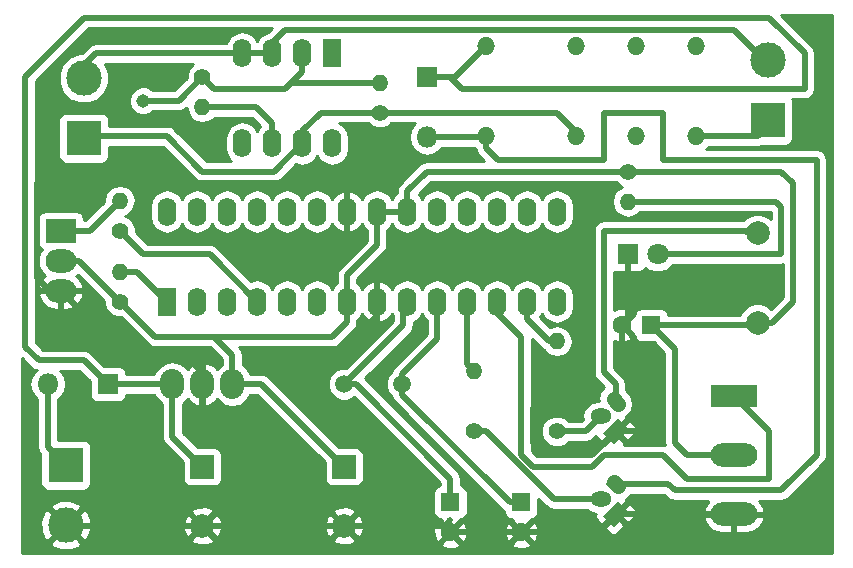
<source format=gbr>
G04 #@! TF.FileFunction,Copper,L2,Bot,Signal*
%FSLAX46Y46*%
G04 Gerber Fmt 4.6, Leading zero omitted, Abs format (unit mm)*
G04 Created by KiCad (PCBNEW 4.0.5) date Friday, 24 March 2017 'AMt' 09:48:18*
%MOMM*%
%LPD*%
G01*
G04 APERTURE LIST*
%ADD10C,0.100000*%
%ADD11R,1.600000X2.400000*%
%ADD12O,1.600000X2.400000*%
%ADD13C,2.000000*%
%ADD14R,2.000000X2.000000*%
%ADD15R,1.600000X1.600000*%
%ADD16C,1.600000*%
%ADD17R,1.800000X1.800000*%
%ADD18O,1.800000X1.800000*%
%ADD19C,1.400000*%
%ADD20O,1.400000X1.400000*%
%ADD21O,1.524000X1.524000*%
%ADD22O,2.032000X2.540000*%
%ADD23C,1.500000*%
%ADD24C,1.800000*%
%ADD25O,1.800000X1.300000*%
%ADD26C,1.300000*%
%ADD27R,3.960000X1.980000*%
%ADD28O,3.960000X1.980000*%
%ADD29R,2.600000X2.000000*%
%ADD30O,2.600000X2.000000*%
%ADD31C,1.143000*%
%ADD32R,3.000000X3.000000*%
%ADD33C,3.000000*%
%ADD34C,0.500000*%
%ADD35C,0.254000*%
G04 APERTURE END LIST*
D10*
D11*
X115000000Y-120000000D03*
D12*
X148020000Y-112380000D03*
X117540000Y-120000000D03*
X145480000Y-112380000D03*
X120080000Y-120000000D03*
X142940000Y-112380000D03*
X122620000Y-120000000D03*
X140400000Y-112380000D03*
X125160000Y-120000000D03*
X137860000Y-112380000D03*
X127700000Y-120000000D03*
X135320000Y-112380000D03*
X130240000Y-120000000D03*
X132780000Y-112380000D03*
X132780000Y-120000000D03*
X130240000Y-112380000D03*
X135320000Y-120000000D03*
X127700000Y-112380000D03*
X137860000Y-120000000D03*
X125160000Y-112380000D03*
X140400000Y-120000000D03*
X122620000Y-112380000D03*
X142940000Y-120000000D03*
X120080000Y-112380000D03*
X145480000Y-120000000D03*
X117540000Y-112380000D03*
X148020000Y-120000000D03*
X115000000Y-112380000D03*
D13*
X165000000Y-121799840D03*
X165000000Y-114200160D03*
D14*
X118000000Y-134000000D03*
D13*
X118000000Y-139000000D03*
D14*
X130000000Y-134000000D03*
D13*
X130000000Y-139000000D03*
D15*
X156000000Y-122000000D03*
D16*
X153500000Y-122000000D03*
D15*
X139000000Y-137000000D03*
D16*
X139000000Y-139500000D03*
D15*
X145000000Y-137000000D03*
D16*
X145000000Y-139500000D03*
D17*
X137000000Y-101000000D03*
D18*
X137000000Y-106080000D03*
D17*
X110000000Y-127000000D03*
D18*
X104920000Y-127000000D03*
D19*
X118000000Y-101000000D03*
D20*
X118000000Y-103540000D03*
D19*
X154000000Y-109000000D03*
D20*
X154000000Y-111540000D03*
D19*
X111000000Y-114000000D03*
D20*
X111000000Y-111460000D03*
D21*
X142000000Y-106000000D03*
X149620000Y-106000000D03*
X154700000Y-106000000D03*
X159780000Y-106000000D03*
X159780000Y-98380000D03*
X154700000Y-98380000D03*
X149620000Y-98380000D03*
X142000000Y-98380000D03*
D22*
X118000000Y-127000000D03*
X120540000Y-127000000D03*
X115460000Y-127000000D03*
D11*
X129000000Y-99000000D03*
D12*
X121380000Y-106620000D03*
X126460000Y-99000000D03*
X123920000Y-106620000D03*
X123920000Y-99000000D03*
X126460000Y-106620000D03*
X121380000Y-99000000D03*
X129000000Y-106620000D03*
D23*
X130000000Y-127000000D03*
X134900000Y-127000000D03*
D17*
X154000000Y-116000000D03*
D24*
X156540000Y-116000000D03*
D25*
X151730000Y-129730000D03*
D10*
G36*
X154096016Y-130823223D02*
X152823223Y-132096016D01*
X151903984Y-131176777D01*
X153176777Y-129903984D01*
X154096016Y-130823223D01*
X154096016Y-130823223D01*
G37*
D26*
X153176777Y-128636777D02*
X152823223Y-128283223D01*
D25*
X151730000Y-136730000D03*
D10*
G36*
X154096016Y-137823223D02*
X152823223Y-139096016D01*
X151903984Y-138176777D01*
X153176777Y-136903984D01*
X154096016Y-137823223D01*
X154096016Y-137823223D01*
G37*
D26*
X153176777Y-135636777D02*
X152823223Y-135283223D01*
D19*
X133000000Y-104000000D03*
D20*
X133000000Y-101460000D03*
D19*
X111000000Y-120000000D03*
D20*
X111000000Y-117460000D03*
D27*
X163000000Y-128000000D03*
D28*
X163000000Y-133000000D03*
X163000000Y-138000000D03*
D29*
X106000000Y-114000000D03*
D30*
X106000000Y-116540000D03*
X106000000Y-119080000D03*
D31*
X113000000Y-103000000D03*
D19*
X148000000Y-131000000D03*
D20*
X148000000Y-123380000D03*
D19*
X141000000Y-131000000D03*
D20*
X141000000Y-125920000D03*
D32*
X106426000Y-133858000D03*
D33*
X106426000Y-138938000D03*
D32*
X165862000Y-104648000D03*
D33*
X165862000Y-99568000D03*
D32*
X107950000Y-106172000D03*
D33*
X107950000Y-101092000D03*
D34*
X110000000Y-127000000D02*
X109982000Y-127000000D01*
X109982000Y-127000000D02*
X107950000Y-124968000D01*
X103000000Y-101000000D02*
X108000000Y-96000000D01*
X108000000Y-96000000D02*
X166000000Y-96000000D01*
X166000000Y-96000000D02*
X169000000Y-99000000D01*
X169000000Y-99000000D02*
X169000000Y-102000000D01*
X169000000Y-102000000D02*
X140000000Y-102000000D01*
X139000000Y-101000000D02*
X140000000Y-102000000D01*
X103000000Y-123000000D02*
X103000000Y-101000000D01*
X103000000Y-123828000D02*
X103000000Y-123000000D01*
X104140000Y-124968000D02*
X103000000Y-123828000D01*
X107950000Y-124968000D02*
X104140000Y-124968000D01*
X115460000Y-127000000D02*
X115460000Y-131460000D01*
X115460000Y-131460000D02*
X118000000Y-134000000D01*
X110000000Y-127000000D02*
X115460000Y-127000000D01*
X137000000Y-101000000D02*
X139000000Y-101000000D01*
X139000000Y-101000000D02*
X139380000Y-101000000D01*
X139380000Y-101000000D02*
X142000000Y-98380000D01*
X118000000Y-139000000D02*
X106488000Y-139000000D01*
X106488000Y-139000000D02*
X106426000Y-138938000D01*
X130240000Y-110240000D02*
X130240000Y-112380000D01*
X130000000Y-110000000D02*
X130240000Y-110240000D01*
X104000000Y-110000000D02*
X130000000Y-110000000D01*
X104000000Y-118000000D02*
X104000000Y-110000000D01*
X105080000Y-119080000D02*
X104000000Y-118000000D01*
X106000000Y-119080000D02*
X105080000Y-119080000D01*
X145000000Y-139500000D02*
X151500000Y-139500000D01*
X151500000Y-139500000D02*
X153000000Y-138000000D01*
X130000000Y-139000000D02*
X138500000Y-139000000D01*
X138500000Y-139000000D02*
X139000000Y-139500000D01*
X139000000Y-139500000D02*
X145000000Y-139500000D01*
X153000000Y-131000000D02*
X151000000Y-133000000D01*
X132780000Y-118220000D02*
X132780000Y-120000000D01*
X133000000Y-118000000D02*
X132780000Y-118220000D01*
X150000000Y-118000000D02*
X133000000Y-118000000D01*
X150000000Y-129000000D02*
X150000000Y-118000000D01*
X146000000Y-129000000D02*
X150000000Y-129000000D01*
X146000000Y-132000000D02*
X146000000Y-129000000D01*
X147000000Y-133000000D02*
X146000000Y-132000000D01*
X151000000Y-133000000D02*
X147000000Y-133000000D01*
X154000000Y-116000000D02*
X154000000Y-121500000D01*
X154000000Y-121500000D02*
X153500000Y-122000000D01*
X153500000Y-122000000D02*
X153500000Y-125500000D01*
X153500000Y-125500000D02*
X156000000Y-128000000D01*
X156000000Y-128000000D02*
X156000000Y-131000000D01*
X153000000Y-131000000D02*
X156000000Y-131000000D01*
X132780000Y-120000000D02*
X132780000Y-121220000D01*
X133000000Y-132000000D02*
X133000000Y-139000000D01*
X131000000Y-132000000D02*
X133000000Y-132000000D01*
X126000000Y-127000000D02*
X131000000Y-132000000D01*
X126000000Y-126000000D02*
X126000000Y-127000000D01*
X127000000Y-125000000D02*
X126000000Y-126000000D01*
X129000000Y-125000000D02*
X127000000Y-125000000D01*
X132780000Y-121220000D02*
X129000000Y-125000000D01*
X118000000Y-127000000D02*
X118000000Y-126000000D01*
X118000000Y-126000000D02*
X116000000Y-124000000D01*
X110920000Y-124000000D02*
X106000000Y-119080000D01*
X116000000Y-124000000D02*
X110920000Y-124000000D01*
X118000000Y-139000000D02*
X121000000Y-136000000D01*
X118000000Y-130000000D02*
X118000000Y-127000000D01*
X120000000Y-130000000D02*
X118000000Y-130000000D01*
X121000000Y-131000000D02*
X120000000Y-130000000D01*
X121000000Y-136000000D02*
X121000000Y-131000000D01*
X153000000Y-138000000D02*
X156000000Y-138000000D01*
X156000000Y-138000000D02*
X163000000Y-138000000D01*
X152500000Y-138500000D02*
X153000000Y-138000000D01*
X130000000Y-139000000D02*
X133000000Y-139000000D01*
X138500000Y-139000000D02*
X139000000Y-138500000D01*
X118000000Y-139000000D02*
X130000000Y-139000000D01*
X135320000Y-112380000D02*
X135320000Y-110680000D01*
X137000000Y-109000000D02*
X154000000Y-109000000D01*
X135320000Y-110680000D02*
X137000000Y-109000000D01*
X165000000Y-121799840D02*
X166200160Y-121799840D01*
X166200160Y-121799840D02*
X168000000Y-120000000D01*
X168000000Y-120000000D02*
X168000000Y-110000000D01*
X168000000Y-110000000D02*
X167000000Y-109000000D01*
X167000000Y-109000000D02*
X154000000Y-109000000D01*
X156000000Y-122000000D02*
X164799840Y-122000000D01*
X164799840Y-122000000D02*
X165000000Y-121799840D01*
X163000000Y-133000000D02*
X159000000Y-133000000D01*
X158000000Y-124000000D02*
X156000000Y-122000000D01*
X158000000Y-132000000D02*
X158000000Y-124000000D01*
X159000000Y-133000000D02*
X158000000Y-132000000D01*
X132780000Y-112380000D02*
X135320000Y-112380000D01*
X130240000Y-120000000D02*
X130240000Y-117760000D01*
X132780000Y-115220000D02*
X132780000Y-112380000D01*
X130240000Y-117760000D02*
X132780000Y-115220000D01*
X130240000Y-120000000D02*
X130240000Y-121760000D01*
X129000000Y-123000000D02*
X119000000Y-123000000D01*
X130240000Y-121760000D02*
X129000000Y-123000000D01*
X120540000Y-127000000D02*
X123000000Y-127000000D01*
X123000000Y-127000000D02*
X130000000Y-134000000D01*
X111000000Y-120000000D02*
X114000000Y-123000000D01*
X120540000Y-124540000D02*
X120540000Y-127000000D01*
X119000000Y-123000000D02*
X120540000Y-124540000D01*
X114000000Y-123000000D02*
X119000000Y-123000000D01*
X106000000Y-116540000D02*
X107540000Y-116540000D01*
X107540000Y-116540000D02*
X111000000Y-120000000D01*
X130000000Y-127000000D02*
X131000000Y-127000000D01*
X139000000Y-135000000D02*
X139000000Y-137000000D01*
X131000000Y-127000000D02*
X139000000Y-135000000D01*
X130000000Y-127000000D02*
X135000000Y-122000000D01*
X135000000Y-122000000D02*
X135000000Y-120320000D01*
X135000000Y-120320000D02*
X135320000Y-120000000D01*
X135320000Y-120000000D02*
X135000000Y-120000000D01*
X134900000Y-127000000D02*
X134900000Y-127900000D01*
X144000000Y-137000000D02*
X145000000Y-137000000D01*
X134900000Y-127900000D02*
X144000000Y-137000000D01*
X134900000Y-127000000D02*
X134900000Y-126100000D01*
X137860000Y-123140000D02*
X137860000Y-120000000D01*
X134900000Y-126100000D02*
X137860000Y-123140000D01*
X137000000Y-106080000D02*
X141920000Y-106080000D01*
X141920000Y-106080000D02*
X142000000Y-106000000D01*
X153000000Y-135460000D02*
X157460000Y-135460000D01*
X142000000Y-107000000D02*
X142000000Y-106000000D01*
X143000000Y-108000000D02*
X142000000Y-107000000D01*
X152000000Y-108000000D02*
X143000000Y-108000000D01*
X152000000Y-104000000D02*
X152000000Y-108000000D01*
X157000000Y-104000000D02*
X152000000Y-104000000D01*
X157000000Y-108000000D02*
X157000000Y-104000000D01*
X170000000Y-108000000D02*
X157000000Y-108000000D01*
X170000000Y-133000000D02*
X170000000Y-108000000D01*
X167000000Y-136000000D02*
X170000000Y-133000000D01*
X158000000Y-136000000D02*
X167000000Y-136000000D01*
X157460000Y-135460000D02*
X158000000Y-136000000D01*
X153000000Y-135460000D02*
X152460000Y-135460000D01*
X104920000Y-127000000D02*
X104920000Y-132352000D01*
X104920000Y-132352000D02*
X106426000Y-133858000D01*
X105000000Y-127080000D02*
X104920000Y-127000000D01*
X154000000Y-111540000D02*
X166540000Y-111540000D01*
X167000000Y-116000000D02*
X156540000Y-116000000D01*
X167000000Y-112000000D02*
X167000000Y-116000000D01*
X166540000Y-111540000D02*
X167000000Y-112000000D01*
X111000000Y-117460000D02*
X112460000Y-117460000D01*
X112460000Y-117460000D02*
X115000000Y-120000000D01*
X111000000Y-114000000D02*
X113000000Y-116000000D01*
X118620000Y-116000000D02*
X122620000Y-120000000D01*
X113000000Y-116000000D02*
X118620000Y-116000000D01*
X140400000Y-120000000D02*
X140400000Y-125320000D01*
X140400000Y-125320000D02*
X141000000Y-125920000D01*
X140000000Y-120400000D02*
X140400000Y-120000000D01*
X163000000Y-128000000D02*
X166000000Y-131000000D01*
X145000000Y-123000000D02*
X142940000Y-120940000D01*
X145000000Y-133000000D02*
X145000000Y-123000000D01*
X146000000Y-134000000D02*
X145000000Y-133000000D01*
X151000000Y-134000000D02*
X146000000Y-134000000D01*
X152000000Y-133000000D02*
X151000000Y-134000000D01*
X157000000Y-133000000D02*
X152000000Y-133000000D01*
X159000000Y-135000000D02*
X157000000Y-133000000D01*
X166000000Y-135000000D02*
X159000000Y-135000000D01*
X166000000Y-131000000D02*
X166000000Y-135000000D01*
X142940000Y-120940000D02*
X142940000Y-120000000D01*
X148000000Y-123380000D02*
X147380000Y-123380000D01*
X147380000Y-123380000D02*
X145480000Y-121480000D01*
X145480000Y-121480000D02*
X145480000Y-120000000D01*
X133000000Y-104000000D02*
X148000000Y-104000000D01*
X148000000Y-104000000D02*
X149620000Y-105620000D01*
X149620000Y-105620000D02*
X149620000Y-106000000D01*
X133000000Y-104000000D02*
X128000000Y-104000000D01*
X128000000Y-104000000D02*
X126460000Y-105540000D01*
X126460000Y-105540000D02*
X126460000Y-106620000D01*
X108000000Y-106000000D02*
X115000000Y-106000000D01*
X124080000Y-109000000D02*
X126460000Y-106620000D01*
X118000000Y-109000000D02*
X124080000Y-109000000D01*
X115000000Y-106000000D02*
X118000000Y-109000000D01*
X163000000Y-97000000D02*
X166000000Y-100000000D01*
X125000000Y-97000000D02*
X163000000Y-97000000D01*
X123920000Y-98080000D02*
X125000000Y-97000000D01*
X123920000Y-99000000D02*
X123920000Y-98080000D01*
X121380000Y-99000000D02*
X123920000Y-99000000D01*
X108000000Y-101000000D02*
X108000000Y-100000000D01*
X109000000Y-99000000D02*
X121380000Y-99000000D01*
X108000000Y-100000000D02*
X109000000Y-99000000D01*
X159780000Y-106000000D02*
X165000000Y-106000000D01*
X165000000Y-106000000D02*
X166000000Y-105000000D01*
X141000000Y-131000000D02*
X142000000Y-131000000D01*
X147730000Y-136730000D02*
X151730000Y-136730000D01*
X142000000Y-131000000D02*
X147730000Y-136730000D01*
X133000000Y-101460000D02*
X125540000Y-101460000D01*
X125540000Y-101460000D02*
X126000000Y-101000000D01*
X113000000Y-103000000D02*
X116000000Y-103000000D01*
X116000000Y-103000000D02*
X118000000Y-101000000D01*
X118000000Y-101000000D02*
X119000000Y-102000000D01*
X126460000Y-100540000D02*
X126460000Y-99000000D01*
X125000000Y-102000000D02*
X126000000Y-101000000D01*
X126000000Y-101000000D02*
X126460000Y-100540000D01*
X119000000Y-102000000D02*
X125000000Y-102000000D01*
X106000000Y-114000000D02*
X108460000Y-114000000D01*
X108460000Y-114000000D02*
X111000000Y-111460000D01*
X148000000Y-131000000D02*
X150460000Y-131000000D01*
X150460000Y-131000000D02*
X151730000Y-129730000D01*
X164200160Y-114200160D02*
X165000000Y-114200160D01*
X164000000Y-114000000D02*
X164200160Y-114200160D01*
X152000000Y-114000000D02*
X164000000Y-114000000D01*
X152000000Y-126000000D02*
X152000000Y-114000000D01*
X153000000Y-127000000D02*
X152000000Y-126000000D01*
X153000000Y-128460000D02*
X153000000Y-127000000D01*
X123920000Y-106620000D02*
X123920000Y-104920000D01*
X122540000Y-103540000D02*
X118000000Y-103540000D01*
X123920000Y-104920000D02*
X122540000Y-103540000D01*
D35*
G36*
X171290000Y-141290000D02*
X102710000Y-141290000D01*
X102710000Y-140451970D01*
X105091635Y-140451970D01*
X105251418Y-140770739D01*
X106042187Y-141080723D01*
X106891387Y-141064497D01*
X107600582Y-140770739D01*
X107760365Y-140451970D01*
X106426000Y-139117605D01*
X105091635Y-140451970D01*
X102710000Y-140451970D01*
X102710000Y-138554187D01*
X104283277Y-138554187D01*
X104299503Y-139403387D01*
X104593261Y-140112582D01*
X104912030Y-140272365D01*
X106246395Y-138938000D01*
X106605605Y-138938000D01*
X107939970Y-140272365D01*
X108179038Y-140152532D01*
X117027073Y-140152532D01*
X117125736Y-140419387D01*
X117735461Y-140645908D01*
X118385460Y-140621856D01*
X118874264Y-140419387D01*
X118972927Y-140152532D01*
X129027073Y-140152532D01*
X129125736Y-140419387D01*
X129735461Y-140645908D01*
X130385460Y-140621856D01*
X130660948Y-140507745D01*
X138171861Y-140507745D01*
X138245995Y-140753864D01*
X138783223Y-140946965D01*
X139353454Y-140919778D01*
X139754005Y-140753864D01*
X139828139Y-140507745D01*
X144171861Y-140507745D01*
X144245995Y-140753864D01*
X144783223Y-140946965D01*
X145353454Y-140919778D01*
X145754005Y-140753864D01*
X145828139Y-140507745D01*
X145000000Y-139679605D01*
X144171861Y-140507745D01*
X139828139Y-140507745D01*
X139000000Y-139679605D01*
X138171861Y-140507745D01*
X130660948Y-140507745D01*
X130874264Y-140419387D01*
X130972927Y-140152532D01*
X130000000Y-139179605D01*
X129027073Y-140152532D01*
X118972927Y-140152532D01*
X118000000Y-139179605D01*
X117027073Y-140152532D01*
X108179038Y-140152532D01*
X108258739Y-140112582D01*
X108568723Y-139321813D01*
X108557520Y-138735461D01*
X116354092Y-138735461D01*
X116378144Y-139385460D01*
X116580613Y-139874264D01*
X116847468Y-139972927D01*
X117820395Y-139000000D01*
X118179605Y-139000000D01*
X119152532Y-139972927D01*
X119419387Y-139874264D01*
X119645908Y-139264539D01*
X119626331Y-138735461D01*
X128354092Y-138735461D01*
X128378144Y-139385460D01*
X128580613Y-139874264D01*
X128847468Y-139972927D01*
X129820395Y-139000000D01*
X130179605Y-139000000D01*
X131152532Y-139972927D01*
X131419387Y-139874264D01*
X131638966Y-139283223D01*
X137553035Y-139283223D01*
X137580222Y-139853454D01*
X137746136Y-140254005D01*
X137992255Y-140328139D01*
X138820395Y-139500000D01*
X139179605Y-139500000D01*
X140007745Y-140328139D01*
X140253864Y-140254005D01*
X140446965Y-139716777D01*
X140426295Y-139283223D01*
X143553035Y-139283223D01*
X143580222Y-139853454D01*
X143746136Y-140254005D01*
X143992255Y-140328139D01*
X144820395Y-139500000D01*
X145179605Y-139500000D01*
X146007745Y-140328139D01*
X146253864Y-140254005D01*
X146446965Y-139716777D01*
X146419778Y-139146546D01*
X146385155Y-139062958D01*
X152116647Y-139062958D01*
X152116647Y-139287465D01*
X152463524Y-139634342D01*
X152696914Y-139731015D01*
X152949532Y-139731016D01*
X153182921Y-139634343D01*
X153706576Y-139110688D01*
X153706576Y-138886182D01*
X153000000Y-138179605D01*
X152116647Y-139062958D01*
X146385155Y-139062958D01*
X146253864Y-138745995D01*
X146007745Y-138671861D01*
X145179605Y-139500000D01*
X144820395Y-139500000D01*
X143992255Y-138671861D01*
X143746136Y-138745995D01*
X143553035Y-139283223D01*
X140426295Y-139283223D01*
X140419778Y-139146546D01*
X140253864Y-138745995D01*
X140007745Y-138671861D01*
X139179605Y-139500000D01*
X138820395Y-139500000D01*
X137992255Y-138671861D01*
X137746136Y-138745995D01*
X137553035Y-139283223D01*
X131638966Y-139283223D01*
X131645908Y-139264539D01*
X131621856Y-138614540D01*
X131419387Y-138125736D01*
X131152532Y-138027073D01*
X130179605Y-139000000D01*
X129820395Y-139000000D01*
X128847468Y-138027073D01*
X128580613Y-138125736D01*
X128354092Y-138735461D01*
X119626331Y-138735461D01*
X119621856Y-138614540D01*
X119419387Y-138125736D01*
X119152532Y-138027073D01*
X118179605Y-139000000D01*
X117820395Y-139000000D01*
X116847468Y-138027073D01*
X116580613Y-138125736D01*
X116354092Y-138735461D01*
X108557520Y-138735461D01*
X108552497Y-138472613D01*
X108293554Y-137847468D01*
X117027073Y-137847468D01*
X118000000Y-138820395D01*
X118972927Y-137847468D01*
X129027073Y-137847468D01*
X130000000Y-138820395D01*
X130972927Y-137847468D01*
X130874264Y-137580613D01*
X130264539Y-137354092D01*
X129614540Y-137378144D01*
X129125736Y-137580613D01*
X129027073Y-137847468D01*
X118972927Y-137847468D01*
X118874264Y-137580613D01*
X118264539Y-137354092D01*
X117614540Y-137378144D01*
X117125736Y-137580613D01*
X117027073Y-137847468D01*
X108293554Y-137847468D01*
X108258739Y-137763418D01*
X107939970Y-137603635D01*
X106605605Y-138938000D01*
X106246395Y-138938000D01*
X104912030Y-137603635D01*
X104593261Y-137763418D01*
X104283277Y-138554187D01*
X102710000Y-138554187D01*
X102710000Y-137424030D01*
X105091635Y-137424030D01*
X106426000Y-138758395D01*
X107760365Y-137424030D01*
X107600582Y-137105261D01*
X106809813Y-136795277D01*
X105960613Y-136811503D01*
X105251418Y-137105261D01*
X105091635Y-137424030D01*
X102710000Y-137424030D01*
X102710000Y-124789580D01*
X103514208Y-125593787D01*
X103514210Y-125593790D01*
X103764945Y-125761325D01*
X103801325Y-125785633D01*
X103952511Y-125815706D01*
X103804519Y-125914591D01*
X103471773Y-126412581D01*
X103354928Y-127000000D01*
X103471773Y-127587419D01*
X103804519Y-128085409D01*
X104035000Y-128239411D01*
X104035000Y-132351995D01*
X104034999Y-132352000D01*
X104091162Y-132634342D01*
X104102367Y-132690675D01*
X104232210Y-132885000D01*
X104278560Y-132954368D01*
X104278560Y-135358000D01*
X104322838Y-135593317D01*
X104461910Y-135809441D01*
X104674110Y-135954431D01*
X104926000Y-136005440D01*
X107926000Y-136005440D01*
X108161317Y-135961162D01*
X108377441Y-135822090D01*
X108522431Y-135609890D01*
X108573440Y-135358000D01*
X108573440Y-132358000D01*
X108529162Y-132122683D01*
X108390090Y-131906559D01*
X108177890Y-131761569D01*
X107926000Y-131710560D01*
X105805000Y-131710560D01*
X105805000Y-128239411D01*
X106035481Y-128085409D01*
X106368227Y-127587419D01*
X106485072Y-127000000D01*
X106368227Y-126412581D01*
X106035481Y-125914591D01*
X105943303Y-125853000D01*
X107583420Y-125853000D01*
X108452560Y-126722139D01*
X108452560Y-127900000D01*
X108496838Y-128135317D01*
X108635910Y-128351441D01*
X108848110Y-128496431D01*
X109100000Y-128547440D01*
X110900000Y-128547440D01*
X111135317Y-128503162D01*
X111351441Y-128364090D01*
X111496431Y-128151890D01*
X111547440Y-127900000D01*
X111547440Y-127885000D01*
X113927090Y-127885000D01*
X113934675Y-127923131D01*
X114292567Y-128458754D01*
X114575000Y-128647470D01*
X114575000Y-131459995D01*
X114574999Y-131460000D01*
X114615046Y-131661326D01*
X114642367Y-131798675D01*
X114818954Y-132062958D01*
X114834210Y-132085790D01*
X116352560Y-133604139D01*
X116352560Y-135000000D01*
X116396838Y-135235317D01*
X116535910Y-135451441D01*
X116748110Y-135596431D01*
X117000000Y-135647440D01*
X119000000Y-135647440D01*
X119235317Y-135603162D01*
X119451441Y-135464090D01*
X119596431Y-135251890D01*
X119647440Y-135000000D01*
X119647440Y-133000000D01*
X119603162Y-132764683D01*
X119464090Y-132548559D01*
X119251890Y-132403569D01*
X119000000Y-132352560D01*
X117604139Y-132352560D01*
X116345000Y-131093420D01*
X116345000Y-128647470D01*
X116627433Y-128458754D01*
X116744054Y-128284219D01*
X116922370Y-128511236D01*
X117485523Y-128827926D01*
X117617056Y-128859975D01*
X117873000Y-128740836D01*
X117873000Y-127127000D01*
X117853000Y-127127000D01*
X117853000Y-126873000D01*
X117873000Y-126873000D01*
X117873000Y-125259164D01*
X117617056Y-125140025D01*
X117485523Y-125172074D01*
X116922370Y-125488764D01*
X116744054Y-125715781D01*
X116627433Y-125541246D01*
X116091810Y-125183354D01*
X115460000Y-125057679D01*
X114828190Y-125183354D01*
X114292567Y-125541246D01*
X113934675Y-126076869D01*
X113927090Y-126115000D01*
X111547440Y-126115000D01*
X111547440Y-126100000D01*
X111503162Y-125864683D01*
X111364090Y-125648559D01*
X111151890Y-125503569D01*
X110900000Y-125452560D01*
X109686139Y-125452560D01*
X108575790Y-124342210D01*
X108570498Y-124338674D01*
X108288675Y-124150367D01*
X108232484Y-124139190D01*
X107950000Y-124082999D01*
X107949995Y-124083000D01*
X104506579Y-124083000D01*
X103885000Y-123461420D01*
X103885000Y-119460434D01*
X104109876Y-119460434D01*
X104140856Y-119588355D01*
X104454078Y-120146317D01*
X104956980Y-120541942D01*
X105573000Y-120715000D01*
X105873000Y-120715000D01*
X105873000Y-119207000D01*
X106127000Y-119207000D01*
X106127000Y-120715000D01*
X106427000Y-120715000D01*
X107043020Y-120541942D01*
X107545922Y-120146317D01*
X107859144Y-119588355D01*
X107890124Y-119460434D01*
X107770777Y-119207000D01*
X106127000Y-119207000D01*
X105873000Y-119207000D01*
X104229223Y-119207000D01*
X104109876Y-119460434D01*
X103885000Y-119460434D01*
X103885000Y-101366580D01*
X108366579Y-96885000D01*
X123863421Y-96885000D01*
X123544723Y-97203697D01*
X123370849Y-97238283D01*
X122905302Y-97549352D01*
X122650000Y-97931438D01*
X122394698Y-97549352D01*
X121929151Y-97238283D01*
X121380000Y-97129050D01*
X120830849Y-97238283D01*
X120365302Y-97549352D01*
X120054233Y-98014899D01*
X120034322Y-98115000D01*
X109000005Y-98115000D01*
X109000000Y-98114999D01*
X108661326Y-98182366D01*
X108661324Y-98182367D01*
X108661325Y-98182367D01*
X108374210Y-98374210D01*
X108374208Y-98374213D01*
X107791559Y-98956861D01*
X107527185Y-98956630D01*
X106742200Y-99280980D01*
X106141091Y-99881041D01*
X105815372Y-100665459D01*
X105814630Y-101514815D01*
X106138980Y-102299800D01*
X106739041Y-102900909D01*
X107523459Y-103226628D01*
X108372815Y-103227370D01*
X109157800Y-102903020D01*
X109758909Y-102302959D01*
X110084628Y-101518541D01*
X110085370Y-100669185D01*
X109761351Y-99885000D01*
X117227323Y-99885000D01*
X116868902Y-100242796D01*
X116665232Y-100733287D01*
X116664927Y-101083494D01*
X115633420Y-102115000D01*
X113821306Y-102115000D01*
X113684320Y-101977775D01*
X113241041Y-101793710D01*
X112761065Y-101793291D01*
X112317465Y-101976582D01*
X111977775Y-102315680D01*
X111793710Y-102758959D01*
X111793291Y-103238935D01*
X111976582Y-103682535D01*
X112315680Y-104022225D01*
X112758959Y-104206290D01*
X113238935Y-104206709D01*
X113682535Y-104023418D01*
X113821195Y-103885000D01*
X115999995Y-103885000D01*
X116000000Y-103885001D01*
X116282484Y-103828810D01*
X116338675Y-103817633D01*
X116625790Y-103625790D01*
X116668389Y-103583191D01*
X116766621Y-104077036D01*
X117056012Y-104510142D01*
X117489118Y-104799533D01*
X118000000Y-104901154D01*
X118510882Y-104799533D01*
X118943988Y-104510142D01*
X119000878Y-104425000D01*
X122173420Y-104425000D01*
X122912778Y-105164357D01*
X122905302Y-105169352D01*
X122650000Y-105551438D01*
X122394698Y-105169352D01*
X121929151Y-104858283D01*
X121380000Y-104749050D01*
X120830849Y-104858283D01*
X120365302Y-105169352D01*
X120054233Y-105634899D01*
X119945000Y-106184050D01*
X119945000Y-107055950D01*
X120054233Y-107605101D01*
X120365302Y-108070648D01*
X120431679Y-108115000D01*
X118366579Y-108115000D01*
X115625790Y-105374210D01*
X115567453Y-105335231D01*
X115338675Y-105182367D01*
X115273245Y-105169352D01*
X115000000Y-105114999D01*
X114999995Y-105115000D01*
X110097440Y-105115000D01*
X110097440Y-104672000D01*
X110053162Y-104436683D01*
X109914090Y-104220559D01*
X109701890Y-104075569D01*
X109450000Y-104024560D01*
X106450000Y-104024560D01*
X106214683Y-104068838D01*
X105998559Y-104207910D01*
X105853569Y-104420110D01*
X105802560Y-104672000D01*
X105802560Y-107672000D01*
X105846838Y-107907317D01*
X105985910Y-108123441D01*
X106198110Y-108268431D01*
X106450000Y-108319440D01*
X109450000Y-108319440D01*
X109685317Y-108275162D01*
X109901441Y-108136090D01*
X110046431Y-107923890D01*
X110097440Y-107672000D01*
X110097440Y-106885000D01*
X114633420Y-106885000D01*
X117374208Y-109625787D01*
X117374210Y-109625790D01*
X117661325Y-109817633D01*
X117717516Y-109828810D01*
X118000000Y-109885001D01*
X118000005Y-109885000D01*
X124079995Y-109885000D01*
X124080000Y-109885001D01*
X124362484Y-109828810D01*
X124418675Y-109817633D01*
X124705790Y-109625790D01*
X125943390Y-108388190D01*
X126460000Y-108490950D01*
X127009151Y-108381717D01*
X127474698Y-108070648D01*
X127730000Y-107688562D01*
X127985302Y-108070648D01*
X128450849Y-108381717D01*
X129000000Y-108490950D01*
X129549151Y-108381717D01*
X130014698Y-108070648D01*
X130325767Y-107605101D01*
X130435000Y-107055950D01*
X130435000Y-106184050D01*
X130325767Y-105634899D01*
X130014698Y-105169352D01*
X129589136Y-104885000D01*
X131997127Y-104885000D01*
X132242796Y-105131098D01*
X132733287Y-105334768D01*
X133264383Y-105335231D01*
X133755229Y-105132418D01*
X134003079Y-104885000D01*
X136033600Y-104885000D01*
X135914591Y-104964519D01*
X135581845Y-105462509D01*
X135465000Y-106049928D01*
X135465000Y-106110072D01*
X135581845Y-106697491D01*
X135914591Y-107195481D01*
X136412581Y-107528227D01*
X137000000Y-107645072D01*
X137587419Y-107528227D01*
X138085409Y-107195481D01*
X138239411Y-106965000D01*
X140969550Y-106965000D01*
X140984803Y-106987828D01*
X141132164Y-107086292D01*
X141163891Y-107245790D01*
X141182367Y-107338675D01*
X141293501Y-107505000D01*
X141374210Y-107625790D01*
X141863420Y-108115000D01*
X137000005Y-108115000D01*
X137000000Y-108114999D01*
X136717516Y-108171190D01*
X136661325Y-108182367D01*
X136374210Y-108374210D01*
X136374208Y-108374213D01*
X134694210Y-110054210D01*
X134502367Y-110341325D01*
X134502367Y-110341326D01*
X134434999Y-110680000D01*
X134435000Y-110680005D01*
X134435000Y-110842690D01*
X134305302Y-110929352D01*
X134050000Y-111311438D01*
X133794698Y-110929352D01*
X133329151Y-110618283D01*
X132780000Y-110509050D01*
X132230849Y-110618283D01*
X131765302Y-110929352D01*
X131512493Y-111307707D01*
X131164896Y-110875500D01*
X130671819Y-110605633D01*
X130589039Y-110588096D01*
X130367000Y-110710085D01*
X130367000Y-112253000D01*
X130387000Y-112253000D01*
X130387000Y-112507000D01*
X130367000Y-112507000D01*
X130367000Y-114049915D01*
X130589039Y-114171904D01*
X130671819Y-114154367D01*
X131164896Y-113884500D01*
X131512493Y-113452293D01*
X131765302Y-113830648D01*
X131895000Y-113917310D01*
X131895000Y-114853421D01*
X129614210Y-117134210D01*
X129422367Y-117421325D01*
X129418985Y-117438327D01*
X129354999Y-117760000D01*
X129355000Y-117760005D01*
X129355000Y-118462690D01*
X129225302Y-118549352D01*
X128970000Y-118931438D01*
X128714698Y-118549352D01*
X128249151Y-118238283D01*
X127700000Y-118129050D01*
X127150849Y-118238283D01*
X126685302Y-118549352D01*
X126430000Y-118931438D01*
X126174698Y-118549352D01*
X125709151Y-118238283D01*
X125160000Y-118129050D01*
X124610849Y-118238283D01*
X124145302Y-118549352D01*
X123890000Y-118931438D01*
X123634698Y-118549352D01*
X123169151Y-118238283D01*
X122620000Y-118129050D01*
X122103390Y-118231810D01*
X119245790Y-115374210D01*
X119187453Y-115335231D01*
X118958675Y-115182367D01*
X118902484Y-115171190D01*
X118620000Y-115114999D01*
X118619995Y-115115000D01*
X113366579Y-115115000D01*
X112334928Y-114083348D01*
X112335231Y-113735617D01*
X112132418Y-113244771D01*
X111757204Y-112868902D01*
X111434212Y-112734784D01*
X111510882Y-112719533D01*
X111943988Y-112430142D01*
X112233379Y-111997036D01*
X112243918Y-111944050D01*
X113565000Y-111944050D01*
X113565000Y-112815950D01*
X113674233Y-113365101D01*
X113985302Y-113830648D01*
X114450849Y-114141717D01*
X115000000Y-114250950D01*
X115549151Y-114141717D01*
X116014698Y-113830648D01*
X116270000Y-113448562D01*
X116525302Y-113830648D01*
X116990849Y-114141717D01*
X117540000Y-114250950D01*
X118089151Y-114141717D01*
X118554698Y-113830648D01*
X118810000Y-113448562D01*
X119065302Y-113830648D01*
X119530849Y-114141717D01*
X120080000Y-114250950D01*
X120629151Y-114141717D01*
X121094698Y-113830648D01*
X121350000Y-113448562D01*
X121605302Y-113830648D01*
X122070849Y-114141717D01*
X122620000Y-114250950D01*
X123169151Y-114141717D01*
X123634698Y-113830648D01*
X123890000Y-113448562D01*
X124145302Y-113830648D01*
X124610849Y-114141717D01*
X125160000Y-114250950D01*
X125709151Y-114141717D01*
X126174698Y-113830648D01*
X126430000Y-113448562D01*
X126685302Y-113830648D01*
X127150849Y-114141717D01*
X127700000Y-114250950D01*
X128249151Y-114141717D01*
X128714698Y-113830648D01*
X128967507Y-113452293D01*
X129315104Y-113884500D01*
X129808181Y-114154367D01*
X129890961Y-114171904D01*
X130113000Y-114049915D01*
X130113000Y-112507000D01*
X130093000Y-112507000D01*
X130093000Y-112253000D01*
X130113000Y-112253000D01*
X130113000Y-110710085D01*
X129890961Y-110588096D01*
X129808181Y-110605633D01*
X129315104Y-110875500D01*
X128967507Y-111307707D01*
X128714698Y-110929352D01*
X128249151Y-110618283D01*
X127700000Y-110509050D01*
X127150849Y-110618283D01*
X126685302Y-110929352D01*
X126430000Y-111311438D01*
X126174698Y-110929352D01*
X125709151Y-110618283D01*
X125160000Y-110509050D01*
X124610849Y-110618283D01*
X124145302Y-110929352D01*
X123890000Y-111311438D01*
X123634698Y-110929352D01*
X123169151Y-110618283D01*
X122620000Y-110509050D01*
X122070849Y-110618283D01*
X121605302Y-110929352D01*
X121350000Y-111311438D01*
X121094698Y-110929352D01*
X120629151Y-110618283D01*
X120080000Y-110509050D01*
X119530849Y-110618283D01*
X119065302Y-110929352D01*
X118810000Y-111311438D01*
X118554698Y-110929352D01*
X118089151Y-110618283D01*
X117540000Y-110509050D01*
X116990849Y-110618283D01*
X116525302Y-110929352D01*
X116270000Y-111311438D01*
X116014698Y-110929352D01*
X115549151Y-110618283D01*
X115000000Y-110509050D01*
X114450849Y-110618283D01*
X113985302Y-110929352D01*
X113674233Y-111394899D01*
X113565000Y-111944050D01*
X112243918Y-111944050D01*
X112335000Y-111486154D01*
X112335000Y-111433846D01*
X112233379Y-110922964D01*
X111943988Y-110489858D01*
X111510882Y-110200467D01*
X111000000Y-110098846D01*
X110489118Y-110200467D01*
X110056012Y-110489858D01*
X109766621Y-110922964D01*
X109665000Y-111433846D01*
X109665000Y-111486154D01*
X109674501Y-111533920D01*
X108093420Y-113115000D01*
X107947440Y-113115000D01*
X107947440Y-113000000D01*
X107903162Y-112764683D01*
X107764090Y-112548559D01*
X107551890Y-112403569D01*
X107300000Y-112352560D01*
X104700000Y-112352560D01*
X104464683Y-112396838D01*
X104248559Y-112535910D01*
X104103569Y-112748110D01*
X104052560Y-113000000D01*
X104052560Y-115000000D01*
X104096838Y-115235317D01*
X104235910Y-115451441D01*
X104390329Y-115556951D01*
X104151548Y-115914313D01*
X104027091Y-116540000D01*
X104151548Y-117165687D01*
X104505971Y-117696120D01*
X104696188Y-117823219D01*
X104454078Y-118013683D01*
X104140856Y-118571645D01*
X104109876Y-118699566D01*
X104229223Y-118953000D01*
X105873000Y-118953000D01*
X105873000Y-118933000D01*
X106127000Y-118933000D01*
X106127000Y-118953000D01*
X107770777Y-118953000D01*
X107890124Y-118699566D01*
X107859144Y-118571645D01*
X107545922Y-118013683D01*
X107303812Y-117823219D01*
X107464363Y-117715942D01*
X109665072Y-119916651D01*
X109664769Y-120264383D01*
X109867582Y-120755229D01*
X110242796Y-121131098D01*
X110733287Y-121334768D01*
X111083494Y-121335073D01*
X113374208Y-123625787D01*
X113374210Y-123625790D01*
X113661325Y-123817633D01*
X113713443Y-123828000D01*
X114000000Y-123885001D01*
X114000005Y-123885000D01*
X118633420Y-123885000D01*
X119655000Y-124906579D01*
X119655000Y-125352530D01*
X119372567Y-125541246D01*
X119255946Y-125715781D01*
X119077630Y-125488764D01*
X118514477Y-125172074D01*
X118382944Y-125140025D01*
X118127000Y-125259164D01*
X118127000Y-126873000D01*
X118147000Y-126873000D01*
X118147000Y-127127000D01*
X118127000Y-127127000D01*
X118127000Y-128740836D01*
X118382944Y-128859975D01*
X118514477Y-128827926D01*
X119077630Y-128511236D01*
X119255946Y-128284219D01*
X119372567Y-128458754D01*
X119908190Y-128816646D01*
X120540000Y-128942321D01*
X121171810Y-128816646D01*
X121707433Y-128458754D01*
X122065325Y-127923131D01*
X122072910Y-127885000D01*
X122633420Y-127885000D01*
X128352560Y-133604139D01*
X128352560Y-135000000D01*
X128396838Y-135235317D01*
X128535910Y-135451441D01*
X128748110Y-135596431D01*
X129000000Y-135647440D01*
X131000000Y-135647440D01*
X131235317Y-135603162D01*
X131451441Y-135464090D01*
X131596431Y-135251890D01*
X131647440Y-135000000D01*
X131647440Y-133000000D01*
X131603162Y-132764683D01*
X131464090Y-132548559D01*
X131251890Y-132403569D01*
X131000000Y-132352560D01*
X129604139Y-132352560D01*
X123625790Y-126374210D01*
X123389736Y-126216485D01*
X123338675Y-126182367D01*
X123282484Y-126171190D01*
X123000000Y-126114999D01*
X122999995Y-126115000D01*
X122072910Y-126115000D01*
X122065325Y-126076869D01*
X121707433Y-125541246D01*
X121425000Y-125352530D01*
X121425000Y-124540005D01*
X121425001Y-124540000D01*
X121357633Y-124201326D01*
X121357633Y-124201325D01*
X121165790Y-123914210D01*
X121165787Y-123914208D01*
X121136579Y-123885000D01*
X128999995Y-123885000D01*
X129000000Y-123885001D01*
X129286557Y-123828000D01*
X129338675Y-123817633D01*
X129625790Y-123625790D01*
X130865787Y-122385792D01*
X130865790Y-122385790D01*
X131057633Y-122098675D01*
X131102931Y-121870950D01*
X131125001Y-121760000D01*
X131125000Y-121759995D01*
X131125000Y-121537310D01*
X131254698Y-121450648D01*
X131507507Y-121072293D01*
X131855104Y-121504500D01*
X132348181Y-121774367D01*
X132430961Y-121791904D01*
X132653000Y-121669915D01*
X132653000Y-120127000D01*
X132633000Y-120127000D01*
X132633000Y-119873000D01*
X132653000Y-119873000D01*
X132653000Y-118330085D01*
X132430961Y-118208096D01*
X132348181Y-118225633D01*
X131855104Y-118495500D01*
X131507507Y-118927707D01*
X131254698Y-118549352D01*
X131125000Y-118462690D01*
X131125000Y-118126580D01*
X133405787Y-115845792D01*
X133405790Y-115845790D01*
X133597633Y-115558675D01*
X133665000Y-115220000D01*
X133665000Y-113917310D01*
X133794698Y-113830648D01*
X134050000Y-113448562D01*
X134305302Y-113830648D01*
X134770849Y-114141717D01*
X135320000Y-114250950D01*
X135869151Y-114141717D01*
X136334698Y-113830648D01*
X136590000Y-113448562D01*
X136845302Y-113830648D01*
X137310849Y-114141717D01*
X137860000Y-114250950D01*
X138409151Y-114141717D01*
X138874698Y-113830648D01*
X139130000Y-113448562D01*
X139385302Y-113830648D01*
X139850849Y-114141717D01*
X140400000Y-114250950D01*
X140949151Y-114141717D01*
X141414698Y-113830648D01*
X141670000Y-113448562D01*
X141925302Y-113830648D01*
X142390849Y-114141717D01*
X142940000Y-114250950D01*
X143489151Y-114141717D01*
X143954698Y-113830648D01*
X144210000Y-113448562D01*
X144465302Y-113830648D01*
X144930849Y-114141717D01*
X145480000Y-114250950D01*
X146029151Y-114141717D01*
X146494698Y-113830648D01*
X146750000Y-113448562D01*
X147005302Y-113830648D01*
X147470849Y-114141717D01*
X148020000Y-114250950D01*
X148569151Y-114141717D01*
X149034698Y-113830648D01*
X149345767Y-113365101D01*
X149455000Y-112815950D01*
X149455000Y-111944050D01*
X149345767Y-111394899D01*
X149034698Y-110929352D01*
X148569151Y-110618283D01*
X148020000Y-110509050D01*
X147470849Y-110618283D01*
X147005302Y-110929352D01*
X146750000Y-111311438D01*
X146494698Y-110929352D01*
X146029151Y-110618283D01*
X145480000Y-110509050D01*
X144930849Y-110618283D01*
X144465302Y-110929352D01*
X144210000Y-111311438D01*
X143954698Y-110929352D01*
X143489151Y-110618283D01*
X142940000Y-110509050D01*
X142390849Y-110618283D01*
X141925302Y-110929352D01*
X141670000Y-111311438D01*
X141414698Y-110929352D01*
X140949151Y-110618283D01*
X140400000Y-110509050D01*
X139850849Y-110618283D01*
X139385302Y-110929352D01*
X139130000Y-111311438D01*
X138874698Y-110929352D01*
X138409151Y-110618283D01*
X137860000Y-110509050D01*
X137310849Y-110618283D01*
X136845302Y-110929352D01*
X136590000Y-111311438D01*
X136334698Y-110929352D01*
X136327223Y-110924357D01*
X137366579Y-109885000D01*
X152997127Y-109885000D01*
X153242796Y-110131098D01*
X153565788Y-110265216D01*
X153489118Y-110280467D01*
X153056012Y-110569858D01*
X152766621Y-111002964D01*
X152665000Y-111513846D01*
X152665000Y-111566154D01*
X152766621Y-112077036D01*
X153056012Y-112510142D01*
X153489118Y-112799533D01*
X154000000Y-112901154D01*
X154510882Y-112799533D01*
X154943988Y-112510142D01*
X155000878Y-112425000D01*
X166115000Y-112425000D01*
X166115000Y-113002847D01*
X165927363Y-112814882D01*
X165326648Y-112565444D01*
X164676205Y-112564876D01*
X164075057Y-112813266D01*
X163772795Y-113115000D01*
X152000000Y-113115000D01*
X151661325Y-113182367D01*
X151374210Y-113374210D01*
X151182367Y-113661325D01*
X151115000Y-114000000D01*
X151115000Y-125999995D01*
X151114999Y-126000000D01*
X151142377Y-126137633D01*
X151182367Y-126338675D01*
X151320836Y-126545910D01*
X151374210Y-126625790D01*
X152018266Y-127269845D01*
X151893327Y-127353327D01*
X151614774Y-127770211D01*
X151516959Y-128261959D01*
X151553368Y-128445000D01*
X151449928Y-128445000D01*
X150958180Y-128542815D01*
X150541296Y-128821368D01*
X150262743Y-129238252D01*
X150164928Y-129730000D01*
X150216940Y-129991480D01*
X150093420Y-130115000D01*
X149002873Y-130115000D01*
X148757204Y-129868902D01*
X148266713Y-129665232D01*
X147735617Y-129664769D01*
X147244771Y-129867582D01*
X146868902Y-130242796D01*
X146665232Y-130733287D01*
X146664769Y-131264383D01*
X146867582Y-131755229D01*
X147242796Y-132131098D01*
X147733287Y-132334768D01*
X148264383Y-132335231D01*
X148755229Y-132132418D01*
X149003079Y-131885000D01*
X150459995Y-131885000D01*
X150460000Y-131885001D01*
X150742484Y-131828810D01*
X150798675Y-131817633D01*
X151085790Y-131625790D01*
X151309846Y-131401734D01*
X151365658Y-131536476D01*
X151712535Y-131883353D01*
X151937042Y-131883353D01*
X152820395Y-131000000D01*
X153179605Y-131000000D01*
X153886182Y-131706576D01*
X154110688Y-131706576D01*
X154634343Y-131182921D01*
X154731016Y-130949532D01*
X154731015Y-130696914D01*
X154634342Y-130463524D01*
X154287465Y-130116647D01*
X154062958Y-130116647D01*
X153179605Y-131000000D01*
X152820395Y-131000000D01*
X152806253Y-130985858D01*
X152985858Y-130806252D01*
X153000000Y-130820395D01*
X153883353Y-129937042D01*
X153883353Y-129715892D01*
X154106674Y-129566674D01*
X154385226Y-129149790D01*
X154483041Y-128658041D01*
X154385226Y-128166293D01*
X154106674Y-127749409D01*
X153885000Y-127527736D01*
X153885000Y-127000005D01*
X153885001Y-127000000D01*
X153817634Y-126661326D01*
X153668863Y-126438674D01*
X153625790Y-126374210D01*
X153625787Y-126374208D01*
X152885000Y-125633420D01*
X152885000Y-123303828D01*
X153283223Y-123446965D01*
X153853454Y-123419778D01*
X154254005Y-123253864D01*
X154328139Y-123007745D01*
X153500000Y-122179605D01*
X153485858Y-122193748D01*
X153306252Y-122014142D01*
X153320395Y-122000000D01*
X153306252Y-121985858D01*
X153485858Y-121806252D01*
X153500000Y-121820395D01*
X154328139Y-120992255D01*
X154254005Y-120746136D01*
X153716777Y-120553035D01*
X153146546Y-120580222D01*
X152885000Y-120688558D01*
X152885000Y-117498263D01*
X152973691Y-117535000D01*
X153714250Y-117535000D01*
X153873000Y-117376250D01*
X153873000Y-116127000D01*
X153853000Y-116127000D01*
X153853000Y-115873000D01*
X153873000Y-115873000D01*
X153873000Y-115853000D01*
X154127000Y-115853000D01*
X154127000Y-115873000D01*
X154147000Y-115873000D01*
X154147000Y-116127000D01*
X154127000Y-116127000D01*
X154127000Y-117376250D01*
X154285750Y-117535000D01*
X155026309Y-117535000D01*
X155259698Y-117438327D01*
X155438327Y-117259699D01*
X155494119Y-117125006D01*
X155669357Y-117300551D01*
X156233330Y-117534733D01*
X156843991Y-117535265D01*
X157408371Y-117302068D01*
X157826169Y-116885000D01*
X167000000Y-116885000D01*
X167115000Y-116862125D01*
X167115000Y-119633421D01*
X166130433Y-120617987D01*
X165927363Y-120414562D01*
X165326648Y-120165124D01*
X164676205Y-120164556D01*
X164075057Y-120412946D01*
X163614722Y-120872477D01*
X163514018Y-121115000D01*
X157431446Y-121115000D01*
X157403162Y-120964683D01*
X157264090Y-120748559D01*
X157051890Y-120603569D01*
X156800000Y-120552560D01*
X155200000Y-120552560D01*
X154964683Y-120596838D01*
X154748559Y-120735910D01*
X154603569Y-120948110D01*
X154555354Y-121186201D01*
X154507745Y-121171861D01*
X153679605Y-122000000D01*
X154507745Y-122828139D01*
X154555167Y-122813855D01*
X154596838Y-123035317D01*
X154735910Y-123251441D01*
X154948110Y-123396431D01*
X155200000Y-123447440D01*
X156195860Y-123447440D01*
X157115000Y-124366579D01*
X157115000Y-131999995D01*
X157114999Y-132000000D01*
X157143554Y-132143554D01*
X157000000Y-132114999D01*
X156999995Y-132115000D01*
X153702264Y-132115000D01*
X153706576Y-132110688D01*
X153706576Y-131886182D01*
X153000000Y-131179605D01*
X152116647Y-132062958D01*
X152116647Y-132115000D01*
X152000005Y-132115000D01*
X152000000Y-132114999D01*
X151661326Y-132182366D01*
X151661324Y-132182367D01*
X151661325Y-132182367D01*
X151374210Y-132374210D01*
X151374208Y-132374213D01*
X150633420Y-133115000D01*
X146366579Y-133115000D01*
X145885000Y-132633420D01*
X145885000Y-123136579D01*
X146754208Y-124005787D01*
X146754210Y-124005790D01*
X146883765Y-124092356D01*
X147056012Y-124350142D01*
X147489118Y-124639533D01*
X148000000Y-124741154D01*
X148510882Y-124639533D01*
X148943988Y-124350142D01*
X149233379Y-123917036D01*
X149335000Y-123406154D01*
X149335000Y-123353846D01*
X149233379Y-122842964D01*
X148943988Y-122409858D01*
X148510882Y-122120467D01*
X148000000Y-122018846D01*
X147489118Y-122120467D01*
X147418939Y-122167359D01*
X146577823Y-121326243D01*
X146750000Y-121068562D01*
X147005302Y-121450648D01*
X147470849Y-121761717D01*
X148020000Y-121870950D01*
X148569151Y-121761717D01*
X149034698Y-121450648D01*
X149345767Y-120985101D01*
X149455000Y-120435950D01*
X149455000Y-119564050D01*
X149345767Y-119014899D01*
X149034698Y-118549352D01*
X148569151Y-118238283D01*
X148020000Y-118129050D01*
X147470849Y-118238283D01*
X147005302Y-118549352D01*
X146750000Y-118931438D01*
X146494698Y-118549352D01*
X146029151Y-118238283D01*
X145480000Y-118129050D01*
X144930849Y-118238283D01*
X144465302Y-118549352D01*
X144210000Y-118931438D01*
X143954698Y-118549352D01*
X143489151Y-118238283D01*
X142940000Y-118129050D01*
X142390849Y-118238283D01*
X141925302Y-118549352D01*
X141670000Y-118931438D01*
X141414698Y-118549352D01*
X140949151Y-118238283D01*
X140400000Y-118129050D01*
X139850849Y-118238283D01*
X139385302Y-118549352D01*
X139130000Y-118931438D01*
X138874698Y-118549352D01*
X138409151Y-118238283D01*
X137860000Y-118129050D01*
X137310849Y-118238283D01*
X136845302Y-118549352D01*
X136590000Y-118931438D01*
X136334698Y-118549352D01*
X135869151Y-118238283D01*
X135320000Y-118129050D01*
X134770849Y-118238283D01*
X134305302Y-118549352D01*
X134052493Y-118927707D01*
X133704896Y-118495500D01*
X133211819Y-118225633D01*
X133129039Y-118208096D01*
X132907000Y-118330085D01*
X132907000Y-119873000D01*
X132927000Y-119873000D01*
X132927000Y-120127000D01*
X132907000Y-120127000D01*
X132907000Y-121669915D01*
X133129039Y-121791904D01*
X133211819Y-121774367D01*
X133704896Y-121504500D01*
X134052493Y-121072293D01*
X134115000Y-121165841D01*
X134115000Y-121633421D01*
X130133304Y-125615116D01*
X129725715Y-125614760D01*
X129216485Y-125825169D01*
X128826539Y-126214436D01*
X128615241Y-126723298D01*
X128614760Y-127274285D01*
X128825169Y-127783515D01*
X129214436Y-128173461D01*
X129723298Y-128384759D01*
X130274285Y-128385240D01*
X130783515Y-128174831D01*
X130853444Y-128105024D01*
X138115000Y-135366579D01*
X138115000Y-135568554D01*
X137964683Y-135596838D01*
X137748559Y-135735910D01*
X137603569Y-135948110D01*
X137552560Y-136200000D01*
X137552560Y-137800000D01*
X137596838Y-138035317D01*
X137735910Y-138251441D01*
X137948110Y-138396431D01*
X138186201Y-138444646D01*
X138171861Y-138492255D01*
X139000000Y-139320395D01*
X139828139Y-138492255D01*
X139813855Y-138444833D01*
X140035317Y-138403162D01*
X140251441Y-138264090D01*
X140396431Y-138051890D01*
X140447440Y-137800000D01*
X140447440Y-136200000D01*
X140403162Y-135964683D01*
X140264090Y-135748559D01*
X140051890Y-135603569D01*
X139885000Y-135569773D01*
X139885000Y-135000000D01*
X139817633Y-134661325D01*
X139625790Y-134374210D01*
X139625787Y-134374208D01*
X131751580Y-126500000D01*
X135625787Y-122625792D01*
X135625790Y-122625790D01*
X135817633Y-122338675D01*
X135848725Y-122182367D01*
X135885001Y-122000000D01*
X135885000Y-121999995D01*
X135885000Y-121751127D01*
X136334698Y-121450648D01*
X136590000Y-121068562D01*
X136845302Y-121450648D01*
X136975000Y-121537310D01*
X136975000Y-122773421D01*
X134274210Y-125474210D01*
X134082367Y-125761325D01*
X134082367Y-125761326D01*
X134058068Y-125883485D01*
X133726539Y-126214436D01*
X133515241Y-126723298D01*
X133514760Y-127274285D01*
X133725169Y-127783515D01*
X134058187Y-128117114D01*
X134082367Y-128238675D01*
X134179977Y-128384759D01*
X134274210Y-128525790D01*
X143374208Y-137625787D01*
X143374210Y-137625790D01*
X143552560Y-137744959D01*
X143552560Y-137800000D01*
X143596838Y-138035317D01*
X143735910Y-138251441D01*
X143948110Y-138396431D01*
X144186201Y-138444646D01*
X144171861Y-138492255D01*
X145000000Y-139320395D01*
X145828139Y-138492255D01*
X145813855Y-138444833D01*
X146035317Y-138403162D01*
X146251441Y-138264090D01*
X146396431Y-138051890D01*
X146447440Y-137800000D01*
X146447440Y-136699019D01*
X147104208Y-137355787D01*
X147104210Y-137355790D01*
X147391325Y-137547633D01*
X147447516Y-137558810D01*
X147730000Y-137615001D01*
X147730005Y-137615000D01*
X150525506Y-137615000D01*
X150541296Y-137638632D01*
X150958180Y-137917185D01*
X151296331Y-137984448D01*
X151268984Y-138050468D01*
X151268985Y-138303086D01*
X151365658Y-138536476D01*
X151712535Y-138883353D01*
X151937042Y-138883353D01*
X152820395Y-138000000D01*
X153179605Y-138000000D01*
X153886182Y-138706576D01*
X154110688Y-138706576D01*
X154438399Y-138378865D01*
X160429782Y-138378865D01*
X160460095Y-138504528D01*
X160771149Y-139059246D01*
X161270807Y-139452703D01*
X161883000Y-139625000D01*
X162873000Y-139625000D01*
X162873000Y-138127000D01*
X163127000Y-138127000D01*
X163127000Y-139625000D01*
X164117000Y-139625000D01*
X164729193Y-139452703D01*
X165228851Y-139059246D01*
X165539905Y-138504528D01*
X165570218Y-138378865D01*
X165450740Y-138127000D01*
X163127000Y-138127000D01*
X162873000Y-138127000D01*
X160549260Y-138127000D01*
X160429782Y-138378865D01*
X154438399Y-138378865D01*
X154634343Y-138182921D01*
X154731016Y-137949532D01*
X154731015Y-137696914D01*
X154634342Y-137463524D01*
X154287465Y-137116647D01*
X154062958Y-137116647D01*
X153179605Y-138000000D01*
X152820395Y-138000000D01*
X152806253Y-137985858D01*
X152985858Y-137806252D01*
X153000000Y-137820395D01*
X153883353Y-136937042D01*
X153883353Y-136715892D01*
X154106674Y-136566674D01*
X154254791Y-136345000D01*
X157093420Y-136345000D01*
X157374208Y-136625787D01*
X157374210Y-136625790D01*
X157627867Y-136795277D01*
X157661325Y-136817633D01*
X158000000Y-136885000D01*
X160841952Y-136885000D01*
X160771149Y-136940754D01*
X160460095Y-137495472D01*
X160429782Y-137621135D01*
X160549260Y-137873000D01*
X162873000Y-137873000D01*
X162873000Y-137853000D01*
X163127000Y-137853000D01*
X163127000Y-137873000D01*
X165450740Y-137873000D01*
X165570218Y-137621135D01*
X165539905Y-137495472D01*
X165228851Y-136940754D01*
X165158048Y-136885000D01*
X166999995Y-136885000D01*
X167000000Y-136885001D01*
X167282484Y-136828810D01*
X167338675Y-136817633D01*
X167625790Y-136625790D01*
X167625791Y-136625789D01*
X170625787Y-133625792D01*
X170625790Y-133625790D01*
X170817633Y-133338675D01*
X170851258Y-133169633D01*
X170885001Y-133000000D01*
X170885000Y-132999995D01*
X170885000Y-108000000D01*
X170817633Y-107661325D01*
X170625790Y-107374210D01*
X170338675Y-107182367D01*
X170000000Y-107115000D01*
X160604871Y-107115000D01*
X160795197Y-106987828D01*
X160863905Y-106885000D01*
X164999995Y-106885000D01*
X165000000Y-106885001D01*
X165282484Y-106828810D01*
X165338675Y-106817633D01*
X165371889Y-106795440D01*
X167362000Y-106795440D01*
X167597317Y-106751162D01*
X167813441Y-106612090D01*
X167958431Y-106399890D01*
X168009440Y-106148000D01*
X168009440Y-103148000D01*
X167965162Y-102912683D01*
X167947348Y-102885000D01*
X169000000Y-102885000D01*
X169338675Y-102817633D01*
X169625790Y-102625790D01*
X169817633Y-102338675D01*
X169885000Y-102000000D01*
X169885000Y-99000005D01*
X169885001Y-99000000D01*
X169817633Y-98661326D01*
X169817633Y-98661325D01*
X169625790Y-98374210D01*
X169625787Y-98374208D01*
X166961580Y-95710000D01*
X171290000Y-95710000D01*
X171290000Y-141290000D01*
X171290000Y-141290000D01*
G37*
X171290000Y-141290000D02*
X102710000Y-141290000D01*
X102710000Y-140451970D01*
X105091635Y-140451970D01*
X105251418Y-140770739D01*
X106042187Y-141080723D01*
X106891387Y-141064497D01*
X107600582Y-140770739D01*
X107760365Y-140451970D01*
X106426000Y-139117605D01*
X105091635Y-140451970D01*
X102710000Y-140451970D01*
X102710000Y-138554187D01*
X104283277Y-138554187D01*
X104299503Y-139403387D01*
X104593261Y-140112582D01*
X104912030Y-140272365D01*
X106246395Y-138938000D01*
X106605605Y-138938000D01*
X107939970Y-140272365D01*
X108179038Y-140152532D01*
X117027073Y-140152532D01*
X117125736Y-140419387D01*
X117735461Y-140645908D01*
X118385460Y-140621856D01*
X118874264Y-140419387D01*
X118972927Y-140152532D01*
X129027073Y-140152532D01*
X129125736Y-140419387D01*
X129735461Y-140645908D01*
X130385460Y-140621856D01*
X130660948Y-140507745D01*
X138171861Y-140507745D01*
X138245995Y-140753864D01*
X138783223Y-140946965D01*
X139353454Y-140919778D01*
X139754005Y-140753864D01*
X139828139Y-140507745D01*
X144171861Y-140507745D01*
X144245995Y-140753864D01*
X144783223Y-140946965D01*
X145353454Y-140919778D01*
X145754005Y-140753864D01*
X145828139Y-140507745D01*
X145000000Y-139679605D01*
X144171861Y-140507745D01*
X139828139Y-140507745D01*
X139000000Y-139679605D01*
X138171861Y-140507745D01*
X130660948Y-140507745D01*
X130874264Y-140419387D01*
X130972927Y-140152532D01*
X130000000Y-139179605D01*
X129027073Y-140152532D01*
X118972927Y-140152532D01*
X118000000Y-139179605D01*
X117027073Y-140152532D01*
X108179038Y-140152532D01*
X108258739Y-140112582D01*
X108568723Y-139321813D01*
X108557520Y-138735461D01*
X116354092Y-138735461D01*
X116378144Y-139385460D01*
X116580613Y-139874264D01*
X116847468Y-139972927D01*
X117820395Y-139000000D01*
X118179605Y-139000000D01*
X119152532Y-139972927D01*
X119419387Y-139874264D01*
X119645908Y-139264539D01*
X119626331Y-138735461D01*
X128354092Y-138735461D01*
X128378144Y-139385460D01*
X128580613Y-139874264D01*
X128847468Y-139972927D01*
X129820395Y-139000000D01*
X130179605Y-139000000D01*
X131152532Y-139972927D01*
X131419387Y-139874264D01*
X131638966Y-139283223D01*
X137553035Y-139283223D01*
X137580222Y-139853454D01*
X137746136Y-140254005D01*
X137992255Y-140328139D01*
X138820395Y-139500000D01*
X139179605Y-139500000D01*
X140007745Y-140328139D01*
X140253864Y-140254005D01*
X140446965Y-139716777D01*
X140426295Y-139283223D01*
X143553035Y-139283223D01*
X143580222Y-139853454D01*
X143746136Y-140254005D01*
X143992255Y-140328139D01*
X144820395Y-139500000D01*
X145179605Y-139500000D01*
X146007745Y-140328139D01*
X146253864Y-140254005D01*
X146446965Y-139716777D01*
X146419778Y-139146546D01*
X146385155Y-139062958D01*
X152116647Y-139062958D01*
X152116647Y-139287465D01*
X152463524Y-139634342D01*
X152696914Y-139731015D01*
X152949532Y-139731016D01*
X153182921Y-139634343D01*
X153706576Y-139110688D01*
X153706576Y-138886182D01*
X153000000Y-138179605D01*
X152116647Y-139062958D01*
X146385155Y-139062958D01*
X146253864Y-138745995D01*
X146007745Y-138671861D01*
X145179605Y-139500000D01*
X144820395Y-139500000D01*
X143992255Y-138671861D01*
X143746136Y-138745995D01*
X143553035Y-139283223D01*
X140426295Y-139283223D01*
X140419778Y-139146546D01*
X140253864Y-138745995D01*
X140007745Y-138671861D01*
X139179605Y-139500000D01*
X138820395Y-139500000D01*
X137992255Y-138671861D01*
X137746136Y-138745995D01*
X137553035Y-139283223D01*
X131638966Y-139283223D01*
X131645908Y-139264539D01*
X131621856Y-138614540D01*
X131419387Y-138125736D01*
X131152532Y-138027073D01*
X130179605Y-139000000D01*
X129820395Y-139000000D01*
X128847468Y-138027073D01*
X128580613Y-138125736D01*
X128354092Y-138735461D01*
X119626331Y-138735461D01*
X119621856Y-138614540D01*
X119419387Y-138125736D01*
X119152532Y-138027073D01*
X118179605Y-139000000D01*
X117820395Y-139000000D01*
X116847468Y-138027073D01*
X116580613Y-138125736D01*
X116354092Y-138735461D01*
X108557520Y-138735461D01*
X108552497Y-138472613D01*
X108293554Y-137847468D01*
X117027073Y-137847468D01*
X118000000Y-138820395D01*
X118972927Y-137847468D01*
X129027073Y-137847468D01*
X130000000Y-138820395D01*
X130972927Y-137847468D01*
X130874264Y-137580613D01*
X130264539Y-137354092D01*
X129614540Y-137378144D01*
X129125736Y-137580613D01*
X129027073Y-137847468D01*
X118972927Y-137847468D01*
X118874264Y-137580613D01*
X118264539Y-137354092D01*
X117614540Y-137378144D01*
X117125736Y-137580613D01*
X117027073Y-137847468D01*
X108293554Y-137847468D01*
X108258739Y-137763418D01*
X107939970Y-137603635D01*
X106605605Y-138938000D01*
X106246395Y-138938000D01*
X104912030Y-137603635D01*
X104593261Y-137763418D01*
X104283277Y-138554187D01*
X102710000Y-138554187D01*
X102710000Y-137424030D01*
X105091635Y-137424030D01*
X106426000Y-138758395D01*
X107760365Y-137424030D01*
X107600582Y-137105261D01*
X106809813Y-136795277D01*
X105960613Y-136811503D01*
X105251418Y-137105261D01*
X105091635Y-137424030D01*
X102710000Y-137424030D01*
X102710000Y-124789580D01*
X103514208Y-125593787D01*
X103514210Y-125593790D01*
X103764945Y-125761325D01*
X103801325Y-125785633D01*
X103952511Y-125815706D01*
X103804519Y-125914591D01*
X103471773Y-126412581D01*
X103354928Y-127000000D01*
X103471773Y-127587419D01*
X103804519Y-128085409D01*
X104035000Y-128239411D01*
X104035000Y-132351995D01*
X104034999Y-132352000D01*
X104091162Y-132634342D01*
X104102367Y-132690675D01*
X104232210Y-132885000D01*
X104278560Y-132954368D01*
X104278560Y-135358000D01*
X104322838Y-135593317D01*
X104461910Y-135809441D01*
X104674110Y-135954431D01*
X104926000Y-136005440D01*
X107926000Y-136005440D01*
X108161317Y-135961162D01*
X108377441Y-135822090D01*
X108522431Y-135609890D01*
X108573440Y-135358000D01*
X108573440Y-132358000D01*
X108529162Y-132122683D01*
X108390090Y-131906559D01*
X108177890Y-131761569D01*
X107926000Y-131710560D01*
X105805000Y-131710560D01*
X105805000Y-128239411D01*
X106035481Y-128085409D01*
X106368227Y-127587419D01*
X106485072Y-127000000D01*
X106368227Y-126412581D01*
X106035481Y-125914591D01*
X105943303Y-125853000D01*
X107583420Y-125853000D01*
X108452560Y-126722139D01*
X108452560Y-127900000D01*
X108496838Y-128135317D01*
X108635910Y-128351441D01*
X108848110Y-128496431D01*
X109100000Y-128547440D01*
X110900000Y-128547440D01*
X111135317Y-128503162D01*
X111351441Y-128364090D01*
X111496431Y-128151890D01*
X111547440Y-127900000D01*
X111547440Y-127885000D01*
X113927090Y-127885000D01*
X113934675Y-127923131D01*
X114292567Y-128458754D01*
X114575000Y-128647470D01*
X114575000Y-131459995D01*
X114574999Y-131460000D01*
X114615046Y-131661326D01*
X114642367Y-131798675D01*
X114818954Y-132062958D01*
X114834210Y-132085790D01*
X116352560Y-133604139D01*
X116352560Y-135000000D01*
X116396838Y-135235317D01*
X116535910Y-135451441D01*
X116748110Y-135596431D01*
X117000000Y-135647440D01*
X119000000Y-135647440D01*
X119235317Y-135603162D01*
X119451441Y-135464090D01*
X119596431Y-135251890D01*
X119647440Y-135000000D01*
X119647440Y-133000000D01*
X119603162Y-132764683D01*
X119464090Y-132548559D01*
X119251890Y-132403569D01*
X119000000Y-132352560D01*
X117604139Y-132352560D01*
X116345000Y-131093420D01*
X116345000Y-128647470D01*
X116627433Y-128458754D01*
X116744054Y-128284219D01*
X116922370Y-128511236D01*
X117485523Y-128827926D01*
X117617056Y-128859975D01*
X117873000Y-128740836D01*
X117873000Y-127127000D01*
X117853000Y-127127000D01*
X117853000Y-126873000D01*
X117873000Y-126873000D01*
X117873000Y-125259164D01*
X117617056Y-125140025D01*
X117485523Y-125172074D01*
X116922370Y-125488764D01*
X116744054Y-125715781D01*
X116627433Y-125541246D01*
X116091810Y-125183354D01*
X115460000Y-125057679D01*
X114828190Y-125183354D01*
X114292567Y-125541246D01*
X113934675Y-126076869D01*
X113927090Y-126115000D01*
X111547440Y-126115000D01*
X111547440Y-126100000D01*
X111503162Y-125864683D01*
X111364090Y-125648559D01*
X111151890Y-125503569D01*
X110900000Y-125452560D01*
X109686139Y-125452560D01*
X108575790Y-124342210D01*
X108570498Y-124338674D01*
X108288675Y-124150367D01*
X108232484Y-124139190D01*
X107950000Y-124082999D01*
X107949995Y-124083000D01*
X104506579Y-124083000D01*
X103885000Y-123461420D01*
X103885000Y-119460434D01*
X104109876Y-119460434D01*
X104140856Y-119588355D01*
X104454078Y-120146317D01*
X104956980Y-120541942D01*
X105573000Y-120715000D01*
X105873000Y-120715000D01*
X105873000Y-119207000D01*
X106127000Y-119207000D01*
X106127000Y-120715000D01*
X106427000Y-120715000D01*
X107043020Y-120541942D01*
X107545922Y-120146317D01*
X107859144Y-119588355D01*
X107890124Y-119460434D01*
X107770777Y-119207000D01*
X106127000Y-119207000D01*
X105873000Y-119207000D01*
X104229223Y-119207000D01*
X104109876Y-119460434D01*
X103885000Y-119460434D01*
X103885000Y-101366580D01*
X108366579Y-96885000D01*
X123863421Y-96885000D01*
X123544723Y-97203697D01*
X123370849Y-97238283D01*
X122905302Y-97549352D01*
X122650000Y-97931438D01*
X122394698Y-97549352D01*
X121929151Y-97238283D01*
X121380000Y-97129050D01*
X120830849Y-97238283D01*
X120365302Y-97549352D01*
X120054233Y-98014899D01*
X120034322Y-98115000D01*
X109000005Y-98115000D01*
X109000000Y-98114999D01*
X108661326Y-98182366D01*
X108661324Y-98182367D01*
X108661325Y-98182367D01*
X108374210Y-98374210D01*
X108374208Y-98374213D01*
X107791559Y-98956861D01*
X107527185Y-98956630D01*
X106742200Y-99280980D01*
X106141091Y-99881041D01*
X105815372Y-100665459D01*
X105814630Y-101514815D01*
X106138980Y-102299800D01*
X106739041Y-102900909D01*
X107523459Y-103226628D01*
X108372815Y-103227370D01*
X109157800Y-102903020D01*
X109758909Y-102302959D01*
X110084628Y-101518541D01*
X110085370Y-100669185D01*
X109761351Y-99885000D01*
X117227323Y-99885000D01*
X116868902Y-100242796D01*
X116665232Y-100733287D01*
X116664927Y-101083494D01*
X115633420Y-102115000D01*
X113821306Y-102115000D01*
X113684320Y-101977775D01*
X113241041Y-101793710D01*
X112761065Y-101793291D01*
X112317465Y-101976582D01*
X111977775Y-102315680D01*
X111793710Y-102758959D01*
X111793291Y-103238935D01*
X111976582Y-103682535D01*
X112315680Y-104022225D01*
X112758959Y-104206290D01*
X113238935Y-104206709D01*
X113682535Y-104023418D01*
X113821195Y-103885000D01*
X115999995Y-103885000D01*
X116000000Y-103885001D01*
X116282484Y-103828810D01*
X116338675Y-103817633D01*
X116625790Y-103625790D01*
X116668389Y-103583191D01*
X116766621Y-104077036D01*
X117056012Y-104510142D01*
X117489118Y-104799533D01*
X118000000Y-104901154D01*
X118510882Y-104799533D01*
X118943988Y-104510142D01*
X119000878Y-104425000D01*
X122173420Y-104425000D01*
X122912778Y-105164357D01*
X122905302Y-105169352D01*
X122650000Y-105551438D01*
X122394698Y-105169352D01*
X121929151Y-104858283D01*
X121380000Y-104749050D01*
X120830849Y-104858283D01*
X120365302Y-105169352D01*
X120054233Y-105634899D01*
X119945000Y-106184050D01*
X119945000Y-107055950D01*
X120054233Y-107605101D01*
X120365302Y-108070648D01*
X120431679Y-108115000D01*
X118366579Y-108115000D01*
X115625790Y-105374210D01*
X115567453Y-105335231D01*
X115338675Y-105182367D01*
X115273245Y-105169352D01*
X115000000Y-105114999D01*
X114999995Y-105115000D01*
X110097440Y-105115000D01*
X110097440Y-104672000D01*
X110053162Y-104436683D01*
X109914090Y-104220559D01*
X109701890Y-104075569D01*
X109450000Y-104024560D01*
X106450000Y-104024560D01*
X106214683Y-104068838D01*
X105998559Y-104207910D01*
X105853569Y-104420110D01*
X105802560Y-104672000D01*
X105802560Y-107672000D01*
X105846838Y-107907317D01*
X105985910Y-108123441D01*
X106198110Y-108268431D01*
X106450000Y-108319440D01*
X109450000Y-108319440D01*
X109685317Y-108275162D01*
X109901441Y-108136090D01*
X110046431Y-107923890D01*
X110097440Y-107672000D01*
X110097440Y-106885000D01*
X114633420Y-106885000D01*
X117374208Y-109625787D01*
X117374210Y-109625790D01*
X117661325Y-109817633D01*
X117717516Y-109828810D01*
X118000000Y-109885001D01*
X118000005Y-109885000D01*
X124079995Y-109885000D01*
X124080000Y-109885001D01*
X124362484Y-109828810D01*
X124418675Y-109817633D01*
X124705790Y-109625790D01*
X125943390Y-108388190D01*
X126460000Y-108490950D01*
X127009151Y-108381717D01*
X127474698Y-108070648D01*
X127730000Y-107688562D01*
X127985302Y-108070648D01*
X128450849Y-108381717D01*
X129000000Y-108490950D01*
X129549151Y-108381717D01*
X130014698Y-108070648D01*
X130325767Y-107605101D01*
X130435000Y-107055950D01*
X130435000Y-106184050D01*
X130325767Y-105634899D01*
X130014698Y-105169352D01*
X129589136Y-104885000D01*
X131997127Y-104885000D01*
X132242796Y-105131098D01*
X132733287Y-105334768D01*
X133264383Y-105335231D01*
X133755229Y-105132418D01*
X134003079Y-104885000D01*
X136033600Y-104885000D01*
X135914591Y-104964519D01*
X135581845Y-105462509D01*
X135465000Y-106049928D01*
X135465000Y-106110072D01*
X135581845Y-106697491D01*
X135914591Y-107195481D01*
X136412581Y-107528227D01*
X137000000Y-107645072D01*
X137587419Y-107528227D01*
X138085409Y-107195481D01*
X138239411Y-106965000D01*
X140969550Y-106965000D01*
X140984803Y-106987828D01*
X141132164Y-107086292D01*
X141163891Y-107245790D01*
X141182367Y-107338675D01*
X141293501Y-107505000D01*
X141374210Y-107625790D01*
X141863420Y-108115000D01*
X137000005Y-108115000D01*
X137000000Y-108114999D01*
X136717516Y-108171190D01*
X136661325Y-108182367D01*
X136374210Y-108374210D01*
X136374208Y-108374213D01*
X134694210Y-110054210D01*
X134502367Y-110341325D01*
X134502367Y-110341326D01*
X134434999Y-110680000D01*
X134435000Y-110680005D01*
X134435000Y-110842690D01*
X134305302Y-110929352D01*
X134050000Y-111311438D01*
X133794698Y-110929352D01*
X133329151Y-110618283D01*
X132780000Y-110509050D01*
X132230849Y-110618283D01*
X131765302Y-110929352D01*
X131512493Y-111307707D01*
X131164896Y-110875500D01*
X130671819Y-110605633D01*
X130589039Y-110588096D01*
X130367000Y-110710085D01*
X130367000Y-112253000D01*
X130387000Y-112253000D01*
X130387000Y-112507000D01*
X130367000Y-112507000D01*
X130367000Y-114049915D01*
X130589039Y-114171904D01*
X130671819Y-114154367D01*
X131164896Y-113884500D01*
X131512493Y-113452293D01*
X131765302Y-113830648D01*
X131895000Y-113917310D01*
X131895000Y-114853421D01*
X129614210Y-117134210D01*
X129422367Y-117421325D01*
X129418985Y-117438327D01*
X129354999Y-117760000D01*
X129355000Y-117760005D01*
X129355000Y-118462690D01*
X129225302Y-118549352D01*
X128970000Y-118931438D01*
X128714698Y-118549352D01*
X128249151Y-118238283D01*
X127700000Y-118129050D01*
X127150849Y-118238283D01*
X126685302Y-118549352D01*
X126430000Y-118931438D01*
X126174698Y-118549352D01*
X125709151Y-118238283D01*
X125160000Y-118129050D01*
X124610849Y-118238283D01*
X124145302Y-118549352D01*
X123890000Y-118931438D01*
X123634698Y-118549352D01*
X123169151Y-118238283D01*
X122620000Y-118129050D01*
X122103390Y-118231810D01*
X119245790Y-115374210D01*
X119187453Y-115335231D01*
X118958675Y-115182367D01*
X118902484Y-115171190D01*
X118620000Y-115114999D01*
X118619995Y-115115000D01*
X113366579Y-115115000D01*
X112334928Y-114083348D01*
X112335231Y-113735617D01*
X112132418Y-113244771D01*
X111757204Y-112868902D01*
X111434212Y-112734784D01*
X111510882Y-112719533D01*
X111943988Y-112430142D01*
X112233379Y-111997036D01*
X112243918Y-111944050D01*
X113565000Y-111944050D01*
X113565000Y-112815950D01*
X113674233Y-113365101D01*
X113985302Y-113830648D01*
X114450849Y-114141717D01*
X115000000Y-114250950D01*
X115549151Y-114141717D01*
X116014698Y-113830648D01*
X116270000Y-113448562D01*
X116525302Y-113830648D01*
X116990849Y-114141717D01*
X117540000Y-114250950D01*
X118089151Y-114141717D01*
X118554698Y-113830648D01*
X118810000Y-113448562D01*
X119065302Y-113830648D01*
X119530849Y-114141717D01*
X120080000Y-114250950D01*
X120629151Y-114141717D01*
X121094698Y-113830648D01*
X121350000Y-113448562D01*
X121605302Y-113830648D01*
X122070849Y-114141717D01*
X122620000Y-114250950D01*
X123169151Y-114141717D01*
X123634698Y-113830648D01*
X123890000Y-113448562D01*
X124145302Y-113830648D01*
X124610849Y-114141717D01*
X125160000Y-114250950D01*
X125709151Y-114141717D01*
X126174698Y-113830648D01*
X126430000Y-113448562D01*
X126685302Y-113830648D01*
X127150849Y-114141717D01*
X127700000Y-114250950D01*
X128249151Y-114141717D01*
X128714698Y-113830648D01*
X128967507Y-113452293D01*
X129315104Y-113884500D01*
X129808181Y-114154367D01*
X129890961Y-114171904D01*
X130113000Y-114049915D01*
X130113000Y-112507000D01*
X130093000Y-112507000D01*
X130093000Y-112253000D01*
X130113000Y-112253000D01*
X130113000Y-110710085D01*
X129890961Y-110588096D01*
X129808181Y-110605633D01*
X129315104Y-110875500D01*
X128967507Y-111307707D01*
X128714698Y-110929352D01*
X128249151Y-110618283D01*
X127700000Y-110509050D01*
X127150849Y-110618283D01*
X126685302Y-110929352D01*
X126430000Y-111311438D01*
X126174698Y-110929352D01*
X125709151Y-110618283D01*
X125160000Y-110509050D01*
X124610849Y-110618283D01*
X124145302Y-110929352D01*
X123890000Y-111311438D01*
X123634698Y-110929352D01*
X123169151Y-110618283D01*
X122620000Y-110509050D01*
X122070849Y-110618283D01*
X121605302Y-110929352D01*
X121350000Y-111311438D01*
X121094698Y-110929352D01*
X120629151Y-110618283D01*
X120080000Y-110509050D01*
X119530849Y-110618283D01*
X119065302Y-110929352D01*
X118810000Y-111311438D01*
X118554698Y-110929352D01*
X118089151Y-110618283D01*
X117540000Y-110509050D01*
X116990849Y-110618283D01*
X116525302Y-110929352D01*
X116270000Y-111311438D01*
X116014698Y-110929352D01*
X115549151Y-110618283D01*
X115000000Y-110509050D01*
X114450849Y-110618283D01*
X113985302Y-110929352D01*
X113674233Y-111394899D01*
X113565000Y-111944050D01*
X112243918Y-111944050D01*
X112335000Y-111486154D01*
X112335000Y-111433846D01*
X112233379Y-110922964D01*
X111943988Y-110489858D01*
X111510882Y-110200467D01*
X111000000Y-110098846D01*
X110489118Y-110200467D01*
X110056012Y-110489858D01*
X109766621Y-110922964D01*
X109665000Y-111433846D01*
X109665000Y-111486154D01*
X109674501Y-111533920D01*
X108093420Y-113115000D01*
X107947440Y-113115000D01*
X107947440Y-113000000D01*
X107903162Y-112764683D01*
X107764090Y-112548559D01*
X107551890Y-112403569D01*
X107300000Y-112352560D01*
X104700000Y-112352560D01*
X104464683Y-112396838D01*
X104248559Y-112535910D01*
X104103569Y-112748110D01*
X104052560Y-113000000D01*
X104052560Y-115000000D01*
X104096838Y-115235317D01*
X104235910Y-115451441D01*
X104390329Y-115556951D01*
X104151548Y-115914313D01*
X104027091Y-116540000D01*
X104151548Y-117165687D01*
X104505971Y-117696120D01*
X104696188Y-117823219D01*
X104454078Y-118013683D01*
X104140856Y-118571645D01*
X104109876Y-118699566D01*
X104229223Y-118953000D01*
X105873000Y-118953000D01*
X105873000Y-118933000D01*
X106127000Y-118933000D01*
X106127000Y-118953000D01*
X107770777Y-118953000D01*
X107890124Y-118699566D01*
X107859144Y-118571645D01*
X107545922Y-118013683D01*
X107303812Y-117823219D01*
X107464363Y-117715942D01*
X109665072Y-119916651D01*
X109664769Y-120264383D01*
X109867582Y-120755229D01*
X110242796Y-121131098D01*
X110733287Y-121334768D01*
X111083494Y-121335073D01*
X113374208Y-123625787D01*
X113374210Y-123625790D01*
X113661325Y-123817633D01*
X113713443Y-123828000D01*
X114000000Y-123885001D01*
X114000005Y-123885000D01*
X118633420Y-123885000D01*
X119655000Y-124906579D01*
X119655000Y-125352530D01*
X119372567Y-125541246D01*
X119255946Y-125715781D01*
X119077630Y-125488764D01*
X118514477Y-125172074D01*
X118382944Y-125140025D01*
X118127000Y-125259164D01*
X118127000Y-126873000D01*
X118147000Y-126873000D01*
X118147000Y-127127000D01*
X118127000Y-127127000D01*
X118127000Y-128740836D01*
X118382944Y-128859975D01*
X118514477Y-128827926D01*
X119077630Y-128511236D01*
X119255946Y-128284219D01*
X119372567Y-128458754D01*
X119908190Y-128816646D01*
X120540000Y-128942321D01*
X121171810Y-128816646D01*
X121707433Y-128458754D01*
X122065325Y-127923131D01*
X122072910Y-127885000D01*
X122633420Y-127885000D01*
X128352560Y-133604139D01*
X128352560Y-135000000D01*
X128396838Y-135235317D01*
X128535910Y-135451441D01*
X128748110Y-135596431D01*
X129000000Y-135647440D01*
X131000000Y-135647440D01*
X131235317Y-135603162D01*
X131451441Y-135464090D01*
X131596431Y-135251890D01*
X131647440Y-135000000D01*
X131647440Y-133000000D01*
X131603162Y-132764683D01*
X131464090Y-132548559D01*
X131251890Y-132403569D01*
X131000000Y-132352560D01*
X129604139Y-132352560D01*
X123625790Y-126374210D01*
X123389736Y-126216485D01*
X123338675Y-126182367D01*
X123282484Y-126171190D01*
X123000000Y-126114999D01*
X122999995Y-126115000D01*
X122072910Y-126115000D01*
X122065325Y-126076869D01*
X121707433Y-125541246D01*
X121425000Y-125352530D01*
X121425000Y-124540005D01*
X121425001Y-124540000D01*
X121357633Y-124201326D01*
X121357633Y-124201325D01*
X121165790Y-123914210D01*
X121165787Y-123914208D01*
X121136579Y-123885000D01*
X128999995Y-123885000D01*
X129000000Y-123885001D01*
X129286557Y-123828000D01*
X129338675Y-123817633D01*
X129625790Y-123625790D01*
X130865787Y-122385792D01*
X130865790Y-122385790D01*
X131057633Y-122098675D01*
X131102931Y-121870950D01*
X131125001Y-121760000D01*
X131125000Y-121759995D01*
X131125000Y-121537310D01*
X131254698Y-121450648D01*
X131507507Y-121072293D01*
X131855104Y-121504500D01*
X132348181Y-121774367D01*
X132430961Y-121791904D01*
X132653000Y-121669915D01*
X132653000Y-120127000D01*
X132633000Y-120127000D01*
X132633000Y-119873000D01*
X132653000Y-119873000D01*
X132653000Y-118330085D01*
X132430961Y-118208096D01*
X132348181Y-118225633D01*
X131855104Y-118495500D01*
X131507507Y-118927707D01*
X131254698Y-118549352D01*
X131125000Y-118462690D01*
X131125000Y-118126580D01*
X133405787Y-115845792D01*
X133405790Y-115845790D01*
X133597633Y-115558675D01*
X133665000Y-115220000D01*
X133665000Y-113917310D01*
X133794698Y-113830648D01*
X134050000Y-113448562D01*
X134305302Y-113830648D01*
X134770849Y-114141717D01*
X135320000Y-114250950D01*
X135869151Y-114141717D01*
X136334698Y-113830648D01*
X136590000Y-113448562D01*
X136845302Y-113830648D01*
X137310849Y-114141717D01*
X137860000Y-114250950D01*
X138409151Y-114141717D01*
X138874698Y-113830648D01*
X139130000Y-113448562D01*
X139385302Y-113830648D01*
X139850849Y-114141717D01*
X140400000Y-114250950D01*
X140949151Y-114141717D01*
X141414698Y-113830648D01*
X141670000Y-113448562D01*
X141925302Y-113830648D01*
X142390849Y-114141717D01*
X142940000Y-114250950D01*
X143489151Y-114141717D01*
X143954698Y-113830648D01*
X144210000Y-113448562D01*
X144465302Y-113830648D01*
X144930849Y-114141717D01*
X145480000Y-114250950D01*
X146029151Y-114141717D01*
X146494698Y-113830648D01*
X146750000Y-113448562D01*
X147005302Y-113830648D01*
X147470849Y-114141717D01*
X148020000Y-114250950D01*
X148569151Y-114141717D01*
X149034698Y-113830648D01*
X149345767Y-113365101D01*
X149455000Y-112815950D01*
X149455000Y-111944050D01*
X149345767Y-111394899D01*
X149034698Y-110929352D01*
X148569151Y-110618283D01*
X148020000Y-110509050D01*
X147470849Y-110618283D01*
X147005302Y-110929352D01*
X146750000Y-111311438D01*
X146494698Y-110929352D01*
X146029151Y-110618283D01*
X145480000Y-110509050D01*
X144930849Y-110618283D01*
X144465302Y-110929352D01*
X144210000Y-111311438D01*
X143954698Y-110929352D01*
X143489151Y-110618283D01*
X142940000Y-110509050D01*
X142390849Y-110618283D01*
X141925302Y-110929352D01*
X141670000Y-111311438D01*
X141414698Y-110929352D01*
X140949151Y-110618283D01*
X140400000Y-110509050D01*
X139850849Y-110618283D01*
X139385302Y-110929352D01*
X139130000Y-111311438D01*
X138874698Y-110929352D01*
X138409151Y-110618283D01*
X137860000Y-110509050D01*
X137310849Y-110618283D01*
X136845302Y-110929352D01*
X136590000Y-111311438D01*
X136334698Y-110929352D01*
X136327223Y-110924357D01*
X137366579Y-109885000D01*
X152997127Y-109885000D01*
X153242796Y-110131098D01*
X153565788Y-110265216D01*
X153489118Y-110280467D01*
X153056012Y-110569858D01*
X152766621Y-111002964D01*
X152665000Y-111513846D01*
X152665000Y-111566154D01*
X152766621Y-112077036D01*
X153056012Y-112510142D01*
X153489118Y-112799533D01*
X154000000Y-112901154D01*
X154510882Y-112799533D01*
X154943988Y-112510142D01*
X155000878Y-112425000D01*
X166115000Y-112425000D01*
X166115000Y-113002847D01*
X165927363Y-112814882D01*
X165326648Y-112565444D01*
X164676205Y-112564876D01*
X164075057Y-112813266D01*
X163772795Y-113115000D01*
X152000000Y-113115000D01*
X151661325Y-113182367D01*
X151374210Y-113374210D01*
X151182367Y-113661325D01*
X151115000Y-114000000D01*
X151115000Y-125999995D01*
X151114999Y-126000000D01*
X151142377Y-126137633D01*
X151182367Y-126338675D01*
X151320836Y-126545910D01*
X151374210Y-126625790D01*
X152018266Y-127269845D01*
X151893327Y-127353327D01*
X151614774Y-127770211D01*
X151516959Y-128261959D01*
X151553368Y-128445000D01*
X151449928Y-128445000D01*
X150958180Y-128542815D01*
X150541296Y-128821368D01*
X150262743Y-129238252D01*
X150164928Y-129730000D01*
X150216940Y-129991480D01*
X150093420Y-130115000D01*
X149002873Y-130115000D01*
X148757204Y-129868902D01*
X148266713Y-129665232D01*
X147735617Y-129664769D01*
X147244771Y-129867582D01*
X146868902Y-130242796D01*
X146665232Y-130733287D01*
X146664769Y-131264383D01*
X146867582Y-131755229D01*
X147242796Y-132131098D01*
X147733287Y-132334768D01*
X148264383Y-132335231D01*
X148755229Y-132132418D01*
X149003079Y-131885000D01*
X150459995Y-131885000D01*
X150460000Y-131885001D01*
X150742484Y-131828810D01*
X150798675Y-131817633D01*
X151085790Y-131625790D01*
X151309846Y-131401734D01*
X151365658Y-131536476D01*
X151712535Y-131883353D01*
X151937042Y-131883353D01*
X152820395Y-131000000D01*
X153179605Y-131000000D01*
X153886182Y-131706576D01*
X154110688Y-131706576D01*
X154634343Y-131182921D01*
X154731016Y-130949532D01*
X154731015Y-130696914D01*
X154634342Y-130463524D01*
X154287465Y-130116647D01*
X154062958Y-130116647D01*
X153179605Y-131000000D01*
X152820395Y-131000000D01*
X152806253Y-130985858D01*
X152985858Y-130806252D01*
X153000000Y-130820395D01*
X153883353Y-129937042D01*
X153883353Y-129715892D01*
X154106674Y-129566674D01*
X154385226Y-129149790D01*
X154483041Y-128658041D01*
X154385226Y-128166293D01*
X154106674Y-127749409D01*
X153885000Y-127527736D01*
X153885000Y-127000005D01*
X153885001Y-127000000D01*
X153817634Y-126661326D01*
X153668863Y-126438674D01*
X153625790Y-126374210D01*
X153625787Y-126374208D01*
X152885000Y-125633420D01*
X152885000Y-123303828D01*
X153283223Y-123446965D01*
X153853454Y-123419778D01*
X154254005Y-123253864D01*
X154328139Y-123007745D01*
X153500000Y-122179605D01*
X153485858Y-122193748D01*
X153306252Y-122014142D01*
X153320395Y-122000000D01*
X153306252Y-121985858D01*
X153485858Y-121806252D01*
X153500000Y-121820395D01*
X154328139Y-120992255D01*
X154254005Y-120746136D01*
X153716777Y-120553035D01*
X153146546Y-120580222D01*
X152885000Y-120688558D01*
X152885000Y-117498263D01*
X152973691Y-117535000D01*
X153714250Y-117535000D01*
X153873000Y-117376250D01*
X153873000Y-116127000D01*
X153853000Y-116127000D01*
X153853000Y-115873000D01*
X153873000Y-115873000D01*
X153873000Y-115853000D01*
X154127000Y-115853000D01*
X154127000Y-115873000D01*
X154147000Y-115873000D01*
X154147000Y-116127000D01*
X154127000Y-116127000D01*
X154127000Y-117376250D01*
X154285750Y-117535000D01*
X155026309Y-117535000D01*
X155259698Y-117438327D01*
X155438327Y-117259699D01*
X155494119Y-117125006D01*
X155669357Y-117300551D01*
X156233330Y-117534733D01*
X156843991Y-117535265D01*
X157408371Y-117302068D01*
X157826169Y-116885000D01*
X167000000Y-116885000D01*
X167115000Y-116862125D01*
X167115000Y-119633421D01*
X166130433Y-120617987D01*
X165927363Y-120414562D01*
X165326648Y-120165124D01*
X164676205Y-120164556D01*
X164075057Y-120412946D01*
X163614722Y-120872477D01*
X163514018Y-121115000D01*
X157431446Y-121115000D01*
X157403162Y-120964683D01*
X157264090Y-120748559D01*
X157051890Y-120603569D01*
X156800000Y-120552560D01*
X155200000Y-120552560D01*
X154964683Y-120596838D01*
X154748559Y-120735910D01*
X154603569Y-120948110D01*
X154555354Y-121186201D01*
X154507745Y-121171861D01*
X153679605Y-122000000D01*
X154507745Y-122828139D01*
X154555167Y-122813855D01*
X154596838Y-123035317D01*
X154735910Y-123251441D01*
X154948110Y-123396431D01*
X155200000Y-123447440D01*
X156195860Y-123447440D01*
X157115000Y-124366579D01*
X157115000Y-131999995D01*
X157114999Y-132000000D01*
X157143554Y-132143554D01*
X157000000Y-132114999D01*
X156999995Y-132115000D01*
X153702264Y-132115000D01*
X153706576Y-132110688D01*
X153706576Y-131886182D01*
X153000000Y-131179605D01*
X152116647Y-132062958D01*
X152116647Y-132115000D01*
X152000005Y-132115000D01*
X152000000Y-132114999D01*
X151661326Y-132182366D01*
X151661324Y-132182367D01*
X151661325Y-132182367D01*
X151374210Y-132374210D01*
X151374208Y-132374213D01*
X150633420Y-133115000D01*
X146366579Y-133115000D01*
X145885000Y-132633420D01*
X145885000Y-123136579D01*
X146754208Y-124005787D01*
X146754210Y-124005790D01*
X146883765Y-124092356D01*
X147056012Y-124350142D01*
X147489118Y-124639533D01*
X148000000Y-124741154D01*
X148510882Y-124639533D01*
X148943988Y-124350142D01*
X149233379Y-123917036D01*
X149335000Y-123406154D01*
X149335000Y-123353846D01*
X149233379Y-122842964D01*
X148943988Y-122409858D01*
X148510882Y-122120467D01*
X148000000Y-122018846D01*
X147489118Y-122120467D01*
X147418939Y-122167359D01*
X146577823Y-121326243D01*
X146750000Y-121068562D01*
X147005302Y-121450648D01*
X147470849Y-121761717D01*
X148020000Y-121870950D01*
X148569151Y-121761717D01*
X149034698Y-121450648D01*
X149345767Y-120985101D01*
X149455000Y-120435950D01*
X149455000Y-119564050D01*
X149345767Y-119014899D01*
X149034698Y-118549352D01*
X148569151Y-118238283D01*
X148020000Y-118129050D01*
X147470849Y-118238283D01*
X147005302Y-118549352D01*
X146750000Y-118931438D01*
X146494698Y-118549352D01*
X146029151Y-118238283D01*
X145480000Y-118129050D01*
X144930849Y-118238283D01*
X144465302Y-118549352D01*
X144210000Y-118931438D01*
X143954698Y-118549352D01*
X143489151Y-118238283D01*
X142940000Y-118129050D01*
X142390849Y-118238283D01*
X141925302Y-118549352D01*
X141670000Y-118931438D01*
X141414698Y-118549352D01*
X140949151Y-118238283D01*
X140400000Y-118129050D01*
X139850849Y-118238283D01*
X139385302Y-118549352D01*
X139130000Y-118931438D01*
X138874698Y-118549352D01*
X138409151Y-118238283D01*
X137860000Y-118129050D01*
X137310849Y-118238283D01*
X136845302Y-118549352D01*
X136590000Y-118931438D01*
X136334698Y-118549352D01*
X135869151Y-118238283D01*
X135320000Y-118129050D01*
X134770849Y-118238283D01*
X134305302Y-118549352D01*
X134052493Y-118927707D01*
X133704896Y-118495500D01*
X133211819Y-118225633D01*
X133129039Y-118208096D01*
X132907000Y-118330085D01*
X132907000Y-119873000D01*
X132927000Y-119873000D01*
X132927000Y-120127000D01*
X132907000Y-120127000D01*
X132907000Y-121669915D01*
X133129039Y-121791904D01*
X133211819Y-121774367D01*
X133704896Y-121504500D01*
X134052493Y-121072293D01*
X134115000Y-121165841D01*
X134115000Y-121633421D01*
X130133304Y-125615116D01*
X129725715Y-125614760D01*
X129216485Y-125825169D01*
X128826539Y-126214436D01*
X128615241Y-126723298D01*
X128614760Y-127274285D01*
X128825169Y-127783515D01*
X129214436Y-128173461D01*
X129723298Y-128384759D01*
X130274285Y-128385240D01*
X130783515Y-128174831D01*
X130853444Y-128105024D01*
X138115000Y-135366579D01*
X138115000Y-135568554D01*
X137964683Y-135596838D01*
X137748559Y-135735910D01*
X137603569Y-135948110D01*
X137552560Y-136200000D01*
X137552560Y-137800000D01*
X137596838Y-138035317D01*
X137735910Y-138251441D01*
X137948110Y-138396431D01*
X138186201Y-138444646D01*
X138171861Y-138492255D01*
X139000000Y-139320395D01*
X139828139Y-138492255D01*
X139813855Y-138444833D01*
X140035317Y-138403162D01*
X140251441Y-138264090D01*
X140396431Y-138051890D01*
X140447440Y-137800000D01*
X140447440Y-136200000D01*
X140403162Y-135964683D01*
X140264090Y-135748559D01*
X140051890Y-135603569D01*
X139885000Y-135569773D01*
X139885000Y-135000000D01*
X139817633Y-134661325D01*
X139625790Y-134374210D01*
X139625787Y-134374208D01*
X131751580Y-126500000D01*
X135625787Y-122625792D01*
X135625790Y-122625790D01*
X135817633Y-122338675D01*
X135848725Y-122182367D01*
X135885001Y-122000000D01*
X135885000Y-121999995D01*
X135885000Y-121751127D01*
X136334698Y-121450648D01*
X136590000Y-121068562D01*
X136845302Y-121450648D01*
X136975000Y-121537310D01*
X136975000Y-122773421D01*
X134274210Y-125474210D01*
X134082367Y-125761325D01*
X134082367Y-125761326D01*
X134058068Y-125883485D01*
X133726539Y-126214436D01*
X133515241Y-126723298D01*
X133514760Y-127274285D01*
X133725169Y-127783515D01*
X134058187Y-128117114D01*
X134082367Y-128238675D01*
X134179977Y-128384759D01*
X134274210Y-128525790D01*
X143374208Y-137625787D01*
X143374210Y-137625790D01*
X143552560Y-137744959D01*
X143552560Y-137800000D01*
X143596838Y-138035317D01*
X143735910Y-138251441D01*
X143948110Y-138396431D01*
X144186201Y-138444646D01*
X144171861Y-138492255D01*
X145000000Y-139320395D01*
X145828139Y-138492255D01*
X145813855Y-138444833D01*
X146035317Y-138403162D01*
X146251441Y-138264090D01*
X146396431Y-138051890D01*
X146447440Y-137800000D01*
X146447440Y-136699019D01*
X147104208Y-137355787D01*
X147104210Y-137355790D01*
X147391325Y-137547633D01*
X147447516Y-137558810D01*
X147730000Y-137615001D01*
X147730005Y-137615000D01*
X150525506Y-137615000D01*
X150541296Y-137638632D01*
X150958180Y-137917185D01*
X151296331Y-137984448D01*
X151268984Y-138050468D01*
X151268985Y-138303086D01*
X151365658Y-138536476D01*
X151712535Y-138883353D01*
X151937042Y-138883353D01*
X152820395Y-138000000D01*
X153179605Y-138000000D01*
X153886182Y-138706576D01*
X154110688Y-138706576D01*
X154438399Y-138378865D01*
X160429782Y-138378865D01*
X160460095Y-138504528D01*
X160771149Y-139059246D01*
X161270807Y-139452703D01*
X161883000Y-139625000D01*
X162873000Y-139625000D01*
X162873000Y-138127000D01*
X163127000Y-138127000D01*
X163127000Y-139625000D01*
X164117000Y-139625000D01*
X164729193Y-139452703D01*
X165228851Y-139059246D01*
X165539905Y-138504528D01*
X165570218Y-138378865D01*
X165450740Y-138127000D01*
X163127000Y-138127000D01*
X162873000Y-138127000D01*
X160549260Y-138127000D01*
X160429782Y-138378865D01*
X154438399Y-138378865D01*
X154634343Y-138182921D01*
X154731016Y-137949532D01*
X154731015Y-137696914D01*
X154634342Y-137463524D01*
X154287465Y-137116647D01*
X154062958Y-137116647D01*
X153179605Y-138000000D01*
X152820395Y-138000000D01*
X152806253Y-137985858D01*
X152985858Y-137806252D01*
X153000000Y-137820395D01*
X153883353Y-136937042D01*
X153883353Y-136715892D01*
X154106674Y-136566674D01*
X154254791Y-136345000D01*
X157093420Y-136345000D01*
X157374208Y-136625787D01*
X157374210Y-136625790D01*
X157627867Y-136795277D01*
X157661325Y-136817633D01*
X158000000Y-136885000D01*
X160841952Y-136885000D01*
X160771149Y-136940754D01*
X160460095Y-137495472D01*
X160429782Y-137621135D01*
X160549260Y-137873000D01*
X162873000Y-137873000D01*
X162873000Y-137853000D01*
X163127000Y-137853000D01*
X163127000Y-137873000D01*
X165450740Y-137873000D01*
X165570218Y-137621135D01*
X165539905Y-137495472D01*
X165228851Y-136940754D01*
X165158048Y-136885000D01*
X166999995Y-136885000D01*
X167000000Y-136885001D01*
X167282484Y-136828810D01*
X167338675Y-136817633D01*
X167625790Y-136625790D01*
X167625791Y-136625789D01*
X170625787Y-133625792D01*
X170625790Y-133625790D01*
X170817633Y-133338675D01*
X170851258Y-133169633D01*
X170885001Y-133000000D01*
X170885000Y-132999995D01*
X170885000Y-108000000D01*
X170817633Y-107661325D01*
X170625790Y-107374210D01*
X170338675Y-107182367D01*
X170000000Y-107115000D01*
X160604871Y-107115000D01*
X160795197Y-106987828D01*
X160863905Y-106885000D01*
X164999995Y-106885000D01*
X165000000Y-106885001D01*
X165282484Y-106828810D01*
X165338675Y-106817633D01*
X165371889Y-106795440D01*
X167362000Y-106795440D01*
X167597317Y-106751162D01*
X167813441Y-106612090D01*
X167958431Y-106399890D01*
X168009440Y-106148000D01*
X168009440Y-103148000D01*
X167965162Y-102912683D01*
X167947348Y-102885000D01*
X169000000Y-102885000D01*
X169338675Y-102817633D01*
X169625790Y-102625790D01*
X169817633Y-102338675D01*
X169885000Y-102000000D01*
X169885000Y-99000005D01*
X169885001Y-99000000D01*
X169817633Y-98661326D01*
X169817633Y-98661325D01*
X169625790Y-98374210D01*
X169625787Y-98374208D01*
X166961580Y-95710000D01*
X171290000Y-95710000D01*
X171290000Y-141290000D01*
M02*

</source>
